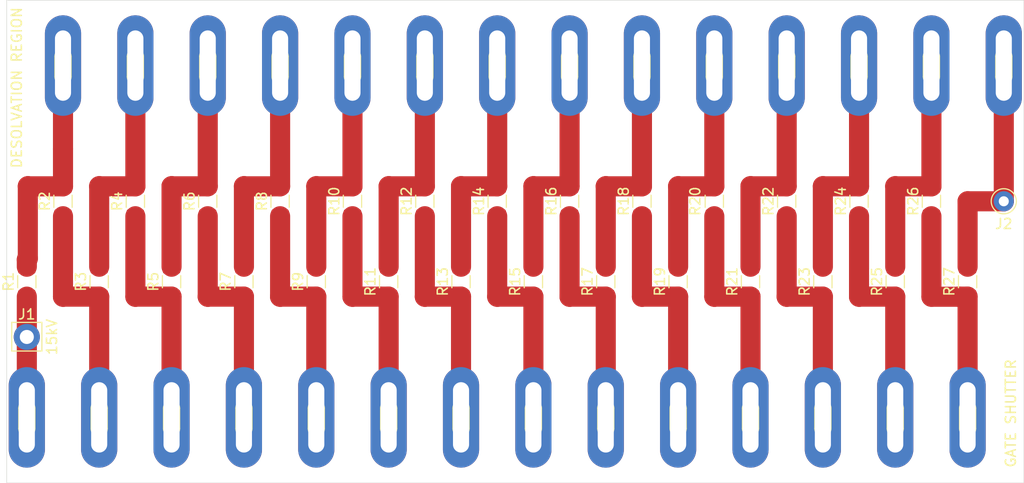
<source format=kicad_pcb>
(kicad_pcb (version 20171130) (host pcbnew "(5.1.5-0)")

  (general
    (thickness 1.6)
    (drawings 15)
    (tracks 114)
    (zones 0)
    (modules 57)
    (nets 29)
  )

  (page A4)
  (layers
    (0 F.Cu signal)
    (31 B.Cu signal)
    (32 B.Adhes user)
    (33 F.Adhes user)
    (34 B.Paste user)
    (35 F.Paste user)
    (36 B.SilkS user)
    (37 F.SilkS user)
    (38 B.Mask user)
    (39 F.Mask user)
    (40 Dwgs.User user hide)
    (41 Cmts.User user)
    (42 Eco1.User user)
    (43 Eco2.User user)
    (44 Edge.Cuts user)
    (45 Margin user)
    (46 B.CrtYd user)
    (47 F.CrtYd user)
    (48 B.Fab user)
    (49 F.Fab user hide)
  )

  (setup
    (last_trace_width 0.25)
    (user_trace_width 1.5)
    (user_trace_width 2)
    (trace_clearance 0.2)
    (zone_clearance 0.508)
    (zone_45_only no)
    (trace_min 0.2)
    (via_size 0.8)
    (via_drill 0.4)
    (via_min_size 0.4)
    (via_min_drill 0.3)
    (user_via 2 1)
    (uvia_size 0.3)
    (uvia_drill 0.1)
    (uvias_allowed no)
    (uvia_min_size 0.2)
    (uvia_min_drill 0.1)
    (edge_width 0.05)
    (segment_width 0.2)
    (pcb_text_width 0.3)
    (pcb_text_size 1.5 1.5)
    (mod_edge_width 0.12)
    (mod_text_size 1 1)
    (mod_text_width 0.15)
    (pad_size 3 10)
    (pad_drill 1.6)
    (pad_to_mask_clearance 0.051)
    (solder_mask_min_width 0.25)
    (aux_axis_origin 0 0)
    (visible_elements FFFFFF7F)
    (pcbplotparams
      (layerselection 0x010fc_ffffffff)
      (usegerberextensions false)
      (usegerberattributes false)
      (usegerberadvancedattributes false)
      (creategerberjobfile false)
      (excludeedgelayer true)
      (linewidth 0.100000)
      (plotframeref false)
      (viasonmask false)
      (mode 1)
      (useauxorigin false)
      (hpglpennumber 1)
      (hpglpenspeed 20)
      (hpglpendiameter 15.000000)
      (psnegative false)
      (psa4output false)
      (plotreference true)
      (plotvalue true)
      (plotinvisibletext false)
      (padsonsilk false)
      (subtractmaskfromsilk false)
      (outputformat 1)
      (mirror false)
      (drillshape 1)
      (scaleselection 1)
      (outputdirectory ""))
  )

  (net 0 "")
  (net 1 "Net-(E2-Pad1)")
  (net 2 "Net-(E3-Pad1)")
  (net 3 "Net-(E4-Pad1)")
  (net 4 "Net-(E5-Pad1)")
  (net 5 "Net-(E6-Pad1)")
  (net 6 "Net-(E7-Pad1)")
  (net 7 "Net-(E8-Pad1)")
  (net 8 "Net-(E9-Pad1)")
  (net 9 "Net-(E10-Pad1)")
  (net 10 "Net-(E11-Pad1)")
  (net 11 "Net-(E12-Pad1)")
  (net 12 "Net-(E13-Pad1)")
  (net 13 "Net-(E14-Pad1)")
  (net 14 "Net-(E16-Pad1)")
  (net 15 "Net-(E17-Pad1)")
  (net 16 "Net-(E18-Pad1)")
  (net 17 "Net-(E19-Pad1)")
  (net 18 "Net-(E20-Pad1)")
  (net 19 "Net-(E21-Pad1)")
  (net 20 "Net-(E22-Pad1)")
  (net 21 "Net-(E23-Pad1)")
  (net 22 "Net-(E24-Pad1)")
  (net 23 "Net-(E25-Pad1)")
  (net 24 "Net-(E26-Pad1)")
  (net 25 "Net-(E27-Pad1)")
  (net 26 TRI-STATE)
  (net 27 "Net-(E15-Pad1)")
  (net 28 DESOLVATION)

  (net_class Default "Ceci est la Netclass par défaut."
    (clearance 0.2)
    (trace_width 0.25)
    (via_dia 0.8)
    (via_drill 0.4)
    (uvia_dia 0.3)
    (uvia_drill 0.1)
    (add_net DESOLVATION)
    (add_net "Net-(E10-Pad1)")
    (add_net "Net-(E11-Pad1)")
    (add_net "Net-(E12-Pad1)")
    (add_net "Net-(E13-Pad1)")
    (add_net "Net-(E14-Pad1)")
    (add_net "Net-(E15-Pad1)")
    (add_net "Net-(E16-Pad1)")
    (add_net "Net-(E17-Pad1)")
    (add_net "Net-(E18-Pad1)")
    (add_net "Net-(E19-Pad1)")
    (add_net "Net-(E2-Pad1)")
    (add_net "Net-(E20-Pad1)")
    (add_net "Net-(E21-Pad1)")
    (add_net "Net-(E22-Pad1)")
    (add_net "Net-(E23-Pad1)")
    (add_net "Net-(E24-Pad1)")
    (add_net "Net-(E25-Pad1)")
    (add_net "Net-(E26-Pad1)")
    (add_net "Net-(E27-Pad1)")
    (add_net "Net-(E3-Pad1)")
    (add_net "Net-(E4-Pad1)")
    (add_net "Net-(E5-Pad1)")
    (add_net "Net-(E6-Pad1)")
    (add_net "Net-(E7-Pad1)")
    (add_net "Net-(E8-Pad1)")
    (add_net "Net-(E9-Pad1)")
    (add_net TRI-STATE)
  )

  (module Connector_Pin:Pin_D1.0mm_L10.0mm (layer F.Cu) (tedit 5A1DC084) (tstamp 5E6695D0)
    (at 148.2 72)
    (descr "solder Pin_ diameter 1.0mm, hole diameter 1.0mm (press fit), length 10.0mm")
    (tags "solder Pin_ press fit")
    (path /5E787D7D)
    (fp_text reference J2 (at 0 2.25) (layer F.SilkS)
      (effects (font (size 1 1) (thickness 0.15)))
    )
    (fp_text value Electr. (at 0 -2.05) (layer F.Fab)
      (effects (font (size 1 1) (thickness 0.15)))
    )
    (fp_circle (center 0 0) (end 1.25 0.05) (layer F.SilkS) (width 0.12))
    (fp_circle (center 0 0) (end 1 0) (layer F.Fab) (width 0.12))
    (fp_circle (center 0 0) (end 0.5 0) (layer F.Fab) (width 0.12))
    (fp_circle (center 0 0) (end 1.5 0) (layer F.CrtYd) (width 0.05))
    (fp_text user %R (at 0 2.25) (layer F.Fab)
      (effects (font (size 1 1) (thickness 0.15)))
    )
    (pad 1 thru_hole circle (at 0 0) (size 2 2) (drill 1) (layers *.Cu *.Mask)
      (net 26 TRI-STATE))
    (model ${KISYS3DMOD}/Connector_Pin.3dshapes/Pin_D1.0mm_L10.0mm.wrl
      (at (xyz 0 0 0))
      (scale (xyz 1 1 1))
      (rotate (xyz 0 0 0))
    )
  )

  (module Connector_Pin:Pin_D1.4mm_L8.5mm_W2.8mm_FlatFork (layer F.Cu) (tedit 5C89BF14) (tstamp 5E63FA2B)
    (at 51 85.5 180)
    (descr "solder Pin_ with flat with fork, hole diameter 1.4mm, length 8.5mm, width 2.8mm, e.g. Ettinger 13.13.890, https://katalog.ettinger.de/#p=434")
    (tags "solder Pin_ with flat fork")
    (path /5E64177D)
    (fp_text reference J1 (at 0 2.25) (layer F.SilkS)
      (effects (font (size 1 1) (thickness 0.15)))
    )
    (fp_text value 15kV (at 0 -2.05) (layer F.Fab)
      (effects (font (size 1 1) (thickness 0.15)))
    )
    (fp_line (start 1.9 1.8) (end -1.9 1.8) (layer F.CrtYd) (width 0.05))
    (fp_line (start 1.9 1.8) (end 1.9 -1.8) (layer F.CrtYd) (width 0.05))
    (fp_line (start -1.9 -1.8) (end -1.9 1.8) (layer F.CrtYd) (width 0.05))
    (fp_line (start -1.9 -1.8) (end 1.9 -1.8) (layer F.CrtYd) (width 0.05))
    (fp_line (start -1.4 0.25) (end -1.4 -0.25) (layer F.Fab) (width 0.1))
    (fp_line (start 1.4 -0.25) (end 1.4 0.25) (layer F.Fab) (width 0.1))
    (fp_line (start -1.5 1.45) (end 1.5 1.45) (layer F.SilkS) (width 0.12))
    (fp_line (start -1.5 -1.4) (end -1.5 1.45) (layer F.SilkS) (width 0.12))
    (fp_line (start 1.5 -1.4) (end 1.5 1.45) (layer F.SilkS) (width 0.12))
    (fp_line (start -1.5 -1.4) (end 1.5 -1.4) (layer F.SilkS) (width 0.12))
    (fp_line (start -1.4 -0.25) (end 1.4 -0.25) (layer F.Fab) (width 0.1))
    (fp_line (start 1.4 0.25) (end -1.4 0.25) (layer F.Fab) (width 0.1))
    (fp_text user %R (at 0 2.25) (layer F.Fab)
      (effects (font (size 1 1) (thickness 0.15)))
    )
    (pad 1 thru_hole circle (at 0 0 180) (size 2.6 2.6) (drill 1.4) (layers *.Cu *.Mask)
      (net 28 DESOLVATION))
    (model ${KISYS3DMOD}/Connector_Pin.3dshapes/Pin_D1.4mm_L8.5mm_W2.8mm_FlatFork.wrl
      (at (xyz 0 0 0))
      (scale (xyz 1 1 1))
      (rotate (xyz 0 0 0))
    )
  )

  (module Connector:Pad_for_electrode (layer F.Cu) (tedit 5E63AC58) (tstamp 5E66A40F)
    (at 51 93.6)
    (path /5E89808E)
    (fp_text reference E1 (at 0.5 6.9) (layer F.SilkS) hide
      (effects (font (size 1 1) (thickness 0.15)))
    )
    (fp_text value Electr. (at 0.1 8) (layer F.Fab)
      (effects (font (size 1 1) (thickness 0.15)))
    )
    (fp_arc (start 0 1) (end -0.8 1) (angle -180) (layer F.SilkS) (width 0.12))
    (fp_arc (start 0 -1) (end 0.8 -1) (angle -180) (layer F.SilkS) (width 0.12))
    (fp_line (start 0.8 -1) (end 0.8 1) (layer F.SilkS) (width 0.12))
    (fp_line (start -0.8 1) (end -0.8 -1) (layer F.SilkS) (width 0.12))
    (pad 1 thru_hole oval (at 0 -0.1) (size 3.6 10) (drill oval 1.6 7) (layers *.Cu *.Mask)
      (net 28 DESOLVATION))
  )

  (module Resistor_SMD:R_1206_3216Metric_Pad1.42x1.75mm_HandSolder (layer F.Cu) (tedit 5B301BBD) (tstamp 5E637879)
    (at 51 80 90)
    (descr "Resistor SMD 1206 (3216 Metric), square (rectangular) end terminal, IPC_7351 nominal with elongated pad for handsoldering. (Body size source: http://www.tortai-tech.com/upload/download/2011102023233369053.pdf), generated with kicad-footprint-generator")
    (tags "resistor handsolder")
    (path /5F217034)
    (attr smd)
    (fp_text reference R1 (at 0 -1.82 90) (layer F.SilkS)
      (effects (font (size 1 1) (thickness 0.15)))
    )
    (fp_text value 10M (at 0 1.82 90) (layer F.Fab)
      (effects (font (size 1 1) (thickness 0.15)))
    )
    (fp_text user %R (at 0 0 90) (layer F.Fab)
      (effects (font (size 0.8 0.8) (thickness 0.12)))
    )
    (fp_line (start 2.45 1.12) (end -2.45 1.12) (layer F.CrtYd) (width 0.05))
    (fp_line (start 2.45 -1.12) (end 2.45 1.12) (layer F.CrtYd) (width 0.05))
    (fp_line (start -2.45 -1.12) (end 2.45 -1.12) (layer F.CrtYd) (width 0.05))
    (fp_line (start -2.45 1.12) (end -2.45 -1.12) (layer F.CrtYd) (width 0.05))
    (fp_line (start -0.602064 0.91) (end 0.602064 0.91) (layer F.SilkS) (width 0.12))
    (fp_line (start -0.602064 -0.91) (end 0.602064 -0.91) (layer F.SilkS) (width 0.12))
    (fp_line (start 1.6 0.8) (end -1.6 0.8) (layer F.Fab) (width 0.1))
    (fp_line (start 1.6 -0.8) (end 1.6 0.8) (layer F.Fab) (width 0.1))
    (fp_line (start -1.6 -0.8) (end 1.6 -0.8) (layer F.Fab) (width 0.1))
    (fp_line (start -1.6 0.8) (end -1.6 -0.8) (layer F.Fab) (width 0.1))
    (pad 2 smd roundrect (at 1.4875 0 90) (size 1.425 1.75) (layers F.Cu F.Paste F.Mask) (roundrect_rratio 0.175439)
      (net 1 "Net-(E2-Pad1)"))
    (pad 1 smd roundrect (at -1.4875 0 90) (size 1.425 1.75) (layers F.Cu F.Paste F.Mask) (roundrect_rratio 0.175439)
      (net 28 DESOLVATION))
    (model ${KISYS3DMOD}/Resistor_SMD.3dshapes/R_1206_3216Metric.wrl
      (at (xyz 0 0 0))
      (scale (xyz 1 1 1))
      (rotate (xyz 0 0 0))
    )
  )

  (module Connector:Pad_for_electrode (layer F.Cu) (tedit 5E63AC58) (tstamp 5E649CF8)
    (at 148.2 58.6)
    (path /5E71E8C9)
    (fp_text reference E28 (at 0.5 6.9) (layer F.SilkS) hide
      (effects (font (size 1 1) (thickness 0.15)))
    )
    (fp_text value Electr. (at 0.1 8) (layer F.Fab)
      (effects (font (size 1 1) (thickness 0.15)))
    )
    (fp_arc (start 0 1) (end -0.8 1) (angle -180) (layer F.SilkS) (width 0.12))
    (fp_arc (start 0 -1) (end 0.8 -1) (angle -180) (layer F.SilkS) (width 0.12))
    (fp_line (start 0.8 -1) (end 0.8 1) (layer F.SilkS) (width 0.12))
    (fp_line (start -0.8 1) (end -0.8 -1) (layer F.SilkS) (width 0.12))
    (pad 1 thru_hole oval (at 0 -0.1) (size 3.6 10) (drill oval 1.6 7) (layers *.Cu *.Mask)
      (net 26 TRI-STATE))
  )

  (module Connector:Pad_for_electrode (layer F.Cu) (tedit 5E63AC58) (tstamp 5E649CEF)
    (at 141 58.6)
    (path /5E71E1B6)
    (fp_text reference E26 (at 0.5 6.9) (layer F.SilkS) hide
      (effects (font (size 1 1) (thickness 0.15)))
    )
    (fp_text value Electr. (at 0.1 8) (layer F.Fab)
      (effects (font (size 1 1) (thickness 0.15)))
    )
    (fp_arc (start 0 1) (end -0.8 1) (angle -180) (layer F.SilkS) (width 0.12))
    (fp_arc (start 0 -1) (end 0.8 -1) (angle -180) (layer F.SilkS) (width 0.12))
    (fp_line (start 0.8 -1) (end 0.8 1) (layer F.SilkS) (width 0.12))
    (fp_line (start -0.8 1) (end -0.8 -1) (layer F.SilkS) (width 0.12))
    (pad 1 thru_hole oval (at 0 -0.1) (size 3.6 10) (drill oval 1.6 7) (layers *.Cu *.Mask)
      (net 24 "Net-(E26-Pad1)"))
  )

  (module Connector:Pad_for_electrode (layer F.Cu) (tedit 5E63AC58) (tstamp 5E649CE6)
    (at 133.8 58.6)
    (path /5E71DF8E)
    (fp_text reference E24 (at 0.5 6.9) (layer F.SilkS) hide
      (effects (font (size 1 1) (thickness 0.15)))
    )
    (fp_text value Electr. (at 0.1 8) (layer F.Fab)
      (effects (font (size 1 1) (thickness 0.15)))
    )
    (fp_arc (start 0 1) (end -0.8 1) (angle -180) (layer F.SilkS) (width 0.12))
    (fp_arc (start 0 -1) (end 0.8 -1) (angle -180) (layer F.SilkS) (width 0.12))
    (fp_line (start 0.8 -1) (end 0.8 1) (layer F.SilkS) (width 0.12))
    (fp_line (start -0.8 1) (end -0.8 -1) (layer F.SilkS) (width 0.12))
    (pad 1 thru_hole oval (at 0 -0.1) (size 3.6 10) (drill oval 1.6 7) (layers *.Cu *.Mask)
      (net 22 "Net-(E24-Pad1)"))
  )

  (module Connector:Pad_for_electrode (layer F.Cu) (tedit 5E63AC58) (tstamp 5E649CDD)
    (at 126.6 58.6)
    (path /5E71D1F1)
    (fp_text reference E22 (at 0.5 6.9) (layer F.SilkS) hide
      (effects (font (size 1 1) (thickness 0.15)))
    )
    (fp_text value Electr. (at 0.1 8) (layer F.Fab)
      (effects (font (size 1 1) (thickness 0.15)))
    )
    (fp_arc (start 0 1) (end -0.8 1) (angle -180) (layer F.SilkS) (width 0.12))
    (fp_arc (start 0 -1) (end 0.8 -1) (angle -180) (layer F.SilkS) (width 0.12))
    (fp_line (start 0.8 -1) (end 0.8 1) (layer F.SilkS) (width 0.12))
    (fp_line (start -0.8 1) (end -0.8 -1) (layer F.SilkS) (width 0.12))
    (pad 1 thru_hole oval (at 0 -0.1) (size 3.6 10) (drill oval 1.6 7) (layers *.Cu *.Mask)
      (net 20 "Net-(E22-Pad1)"))
  )

  (module Connector:Pad_for_electrode (layer F.Cu) (tedit 5E63AC58) (tstamp 5E649CD4)
    (at 119.4 58.6)
    (path /5E71CF21)
    (fp_text reference E20 (at 0.5 6.9) (layer F.SilkS) hide
      (effects (font (size 1 1) (thickness 0.15)))
    )
    (fp_text value Electr. (at 0.1 8) (layer F.Fab)
      (effects (font (size 1 1) (thickness 0.15)))
    )
    (fp_arc (start 0 1) (end -0.8 1) (angle -180) (layer F.SilkS) (width 0.12))
    (fp_arc (start 0 -1) (end 0.8 -1) (angle -180) (layer F.SilkS) (width 0.12))
    (fp_line (start 0.8 -1) (end 0.8 1) (layer F.SilkS) (width 0.12))
    (fp_line (start -0.8 1) (end -0.8 -1) (layer F.SilkS) (width 0.12))
    (pad 1 thru_hole oval (at 0 -0.1) (size 3.6 10) (drill oval 1.6 7) (layers *.Cu *.Mask)
      (net 18 "Net-(E20-Pad1)"))
  )

  (module Connector:Pad_for_electrode (layer F.Cu) (tedit 5E63AC58) (tstamp 5E649CCB)
    (at 112.2 58.6)
    (path /5E71CB01)
    (fp_text reference E18 (at 0.5 6.9) (layer F.SilkS) hide
      (effects (font (size 1 1) (thickness 0.15)))
    )
    (fp_text value Electr. (at 0.1 8) (layer F.Fab)
      (effects (font (size 1 1) (thickness 0.15)))
    )
    (fp_arc (start 0 1) (end -0.8 1) (angle -180) (layer F.SilkS) (width 0.12))
    (fp_arc (start 0 -1) (end 0.8 -1) (angle -180) (layer F.SilkS) (width 0.12))
    (fp_line (start 0.8 -1) (end 0.8 1) (layer F.SilkS) (width 0.12))
    (fp_line (start -0.8 1) (end -0.8 -1) (layer F.SilkS) (width 0.12))
    (pad 1 thru_hole oval (at 0 -0.1) (size 3.6 10) (drill oval 1.6 7) (layers *.Cu *.Mask)
      (net 16 "Net-(E18-Pad1)"))
  )

  (module Connector:Pad_for_electrode (layer F.Cu) (tedit 5E63AC58) (tstamp 5E649CC2)
    (at 105 58.6)
    (path /5E71C870)
    (fp_text reference E16 (at 0.5 6.9) (layer F.SilkS) hide
      (effects (font (size 1 1) (thickness 0.15)))
    )
    (fp_text value Electr. (at 0.1 8) (layer F.Fab)
      (effects (font (size 1 1) (thickness 0.15)))
    )
    (fp_arc (start 0 1) (end -0.8 1) (angle -180) (layer F.SilkS) (width 0.12))
    (fp_arc (start 0 -1) (end 0.8 -1) (angle -180) (layer F.SilkS) (width 0.12))
    (fp_line (start 0.8 -1) (end 0.8 1) (layer F.SilkS) (width 0.12))
    (fp_line (start -0.8 1) (end -0.8 -1) (layer F.SilkS) (width 0.12))
    (pad 1 thru_hole oval (at 0 -0.1) (size 3.6 10) (drill oval 1.6 7) (layers *.Cu *.Mask)
      (net 14 "Net-(E16-Pad1)"))
  )

  (module Connector:Pad_for_electrode (layer F.Cu) (tedit 5E63AC58) (tstamp 5E649CB9)
    (at 97.8 58.6)
    (path /5E71C50D)
    (fp_text reference E14 (at 0.5 6.9) (layer F.SilkS) hide
      (effects (font (size 1 1) (thickness 0.15)))
    )
    (fp_text value Electr. (at 0.1 8) (layer F.Fab)
      (effects (font (size 1 1) (thickness 0.15)))
    )
    (fp_arc (start 0 1) (end -0.8 1) (angle -180) (layer F.SilkS) (width 0.12))
    (fp_arc (start 0 -1) (end 0.8 -1) (angle -180) (layer F.SilkS) (width 0.12))
    (fp_line (start 0.8 -1) (end 0.8 1) (layer F.SilkS) (width 0.12))
    (fp_line (start -0.8 1) (end -0.8 -1) (layer F.SilkS) (width 0.12))
    (pad 1 thru_hole oval (at 0 -0.1) (size 3.6 10) (drill oval 1.6 7) (layers *.Cu *.Mask)
      (net 13 "Net-(E14-Pad1)"))
  )

  (module Connector:Pad_for_electrode (layer F.Cu) (tedit 5E63AC58) (tstamp 5E649CB0)
    (at 90.6 58.6)
    (path /5E71C267)
    (fp_text reference E12 (at 0.5 6.9) (layer F.SilkS) hide
      (effects (font (size 1 1) (thickness 0.15)))
    )
    (fp_text value Electr. (at 0.1 8) (layer F.Fab)
      (effects (font (size 1 1) (thickness 0.15)))
    )
    (fp_arc (start 0 1) (end -0.8 1) (angle -180) (layer F.SilkS) (width 0.12))
    (fp_arc (start 0 -1) (end 0.8 -1) (angle -180) (layer F.SilkS) (width 0.12))
    (fp_line (start 0.8 -1) (end 0.8 1) (layer F.SilkS) (width 0.12))
    (fp_line (start -0.8 1) (end -0.8 -1) (layer F.SilkS) (width 0.12))
    (pad 1 thru_hole oval (at 0 -0.1) (size 3.6 10) (drill oval 1.6 7) (layers *.Cu *.Mask)
      (net 11 "Net-(E12-Pad1)"))
  )

  (module Connector:Pad_for_electrode (layer F.Cu) (tedit 5E63AC58) (tstamp 5E649CA7)
    (at 83.4 58.6)
    (path /5E71BFC1)
    (fp_text reference E10 (at 0.5 6.9) (layer F.SilkS) hide
      (effects (font (size 1 1) (thickness 0.15)))
    )
    (fp_text value Electr. (at 0.1 8) (layer F.Fab)
      (effects (font (size 1 1) (thickness 0.15)))
    )
    (fp_arc (start 0 1) (end -0.8 1) (angle -180) (layer F.SilkS) (width 0.12))
    (fp_arc (start 0 -1) (end 0.8 -1) (angle -180) (layer F.SilkS) (width 0.12))
    (fp_line (start 0.8 -1) (end 0.8 1) (layer F.SilkS) (width 0.12))
    (fp_line (start -0.8 1) (end -0.8 -1) (layer F.SilkS) (width 0.12))
    (pad 1 thru_hole oval (at 0 -0.1) (size 3.6 10) (drill oval 1.6 7) (layers *.Cu *.Mask)
      (net 9 "Net-(E10-Pad1)"))
  )

  (module Connector:Pad_for_electrode (layer F.Cu) (tedit 5E63AC58) (tstamp 5E649C9E)
    (at 76.2 58.6)
    (path /5E71BC5E)
    (fp_text reference E8 (at 0.5 6.9) (layer F.SilkS) hide
      (effects (font (size 1 1) (thickness 0.15)))
    )
    (fp_text value Electr. (at 0.1 8) (layer F.Fab)
      (effects (font (size 1 1) (thickness 0.15)))
    )
    (fp_arc (start 0 1) (end -0.8 1) (angle -180) (layer F.SilkS) (width 0.12))
    (fp_arc (start 0 -1) (end 0.8 -1) (angle -180) (layer F.SilkS) (width 0.12))
    (fp_line (start 0.8 -1) (end 0.8 1) (layer F.SilkS) (width 0.12))
    (fp_line (start -0.8 1) (end -0.8 -1) (layer F.SilkS) (width 0.12))
    (pad 1 thru_hole oval (at 0 -0.1) (size 3.6 10) (drill oval 1.6 7) (layers *.Cu *.Mask)
      (net 7 "Net-(E8-Pad1)"))
  )

  (module Connector:Pad_for_electrode (layer F.Cu) (tedit 5E63AC58) (tstamp 5E649C95)
    (at 69 58.6)
    (path /5E71B94F)
    (fp_text reference E6 (at 0.5 6.9) (layer F.SilkS) hide
      (effects (font (size 1 1) (thickness 0.15)))
    )
    (fp_text value Electr. (at 0.1 8) (layer F.Fab)
      (effects (font (size 1 1) (thickness 0.15)))
    )
    (fp_arc (start 0 1) (end -0.8 1) (angle -180) (layer F.SilkS) (width 0.12))
    (fp_arc (start 0 -1) (end 0.8 -1) (angle -180) (layer F.SilkS) (width 0.12))
    (fp_line (start 0.8 -1) (end 0.8 1) (layer F.SilkS) (width 0.12))
    (fp_line (start -0.8 1) (end -0.8 -1) (layer F.SilkS) (width 0.12))
    (pad 1 thru_hole oval (at 0 -0.1) (size 3.6 10) (drill oval 1.6 7) (layers *.Cu *.Mask)
      (net 5 "Net-(E6-Pad1)"))
  )

  (module Connector:Pad_for_electrode (layer F.Cu) (tedit 5E63AC58) (tstamp 5E649C8C)
    (at 61.8 58.6)
    (path /5E71AB9C)
    (fp_text reference E4 (at 0.5 6.9) (layer F.SilkS) hide
      (effects (font (size 1 1) (thickness 0.15)))
    )
    (fp_text value Electr. (at 0.1 8) (layer F.Fab)
      (effects (font (size 1 1) (thickness 0.15)))
    )
    (fp_arc (start 0 1) (end -0.8 1) (angle -180) (layer F.SilkS) (width 0.12))
    (fp_arc (start 0 -1) (end 0.8 -1) (angle -180) (layer F.SilkS) (width 0.12))
    (fp_line (start 0.8 -1) (end 0.8 1) (layer F.SilkS) (width 0.12))
    (fp_line (start -0.8 1) (end -0.8 -1) (layer F.SilkS) (width 0.12))
    (pad 1 thru_hole oval (at 0 -0.1) (size 3.6 10) (drill oval 1.6 7) (layers *.Cu *.Mask)
      (net 3 "Net-(E4-Pad1)"))
  )

  (module Connector:Pad_for_electrode (layer F.Cu) (tedit 5E63AC58) (tstamp 5E649C83)
    (at 54.6 58.6)
    (path /5E719ED6)
    (fp_text reference E2 (at 0.5 6.9) (layer F.SilkS) hide
      (effects (font (size 1 1) (thickness 0.15)))
    )
    (fp_text value Electr. (at 0.1 8) (layer F.Fab)
      (effects (font (size 1 1) (thickness 0.15)))
    )
    (fp_arc (start 0 1) (end -0.8 1) (angle -180) (layer F.SilkS) (width 0.12))
    (fp_arc (start 0 -1) (end 0.8 -1) (angle -180) (layer F.SilkS) (width 0.12))
    (fp_line (start 0.8 -1) (end 0.8 1) (layer F.SilkS) (width 0.12))
    (fp_line (start -0.8 1) (end -0.8 -1) (layer F.SilkS) (width 0.12))
    (pad 1 thru_hole oval (at 0 -0.1) (size 3.6 10) (drill oval 1.6 7) (layers *.Cu *.Mask)
      (net 1 "Net-(E2-Pad1)"))
  )

  (module Connector:Pad_for_electrode (layer F.Cu) (tedit 5E63AC58) (tstamp 5E649C71)
    (at 144.6 93.6)
    (path /5E71955B)
    (fp_text reference E27 (at 0.5 6.9) (layer F.SilkS) hide
      (effects (font (size 1 1) (thickness 0.15)))
    )
    (fp_text value Electr. (at 0.1 8) (layer F.Fab)
      (effects (font (size 1 1) (thickness 0.15)))
    )
    (fp_line (start -0.8 1) (end -0.8 -1) (layer F.SilkS) (width 0.12))
    (fp_line (start 0.8 -1) (end 0.8 1) (layer F.SilkS) (width 0.12))
    (fp_arc (start 0 -1) (end 0.8 -1) (angle -180) (layer F.SilkS) (width 0.12))
    (fp_arc (start 0 1) (end -0.8 1) (angle -180) (layer F.SilkS) (width 0.12))
    (pad 1 thru_hole oval (at 0 -0.1) (size 3.6 10) (drill oval 1.6 7) (layers *.Cu *.Mask)
      (net 25 "Net-(E27-Pad1)"))
  )

  (module Connector:Pad_for_electrode (layer F.Cu) (tedit 5E63AC58) (tstamp 5E649C68)
    (at 137.4 93.6)
    (path /5E71918F)
    (fp_text reference E25 (at 0.5 6.9) (layer F.SilkS) hide
      (effects (font (size 1 1) (thickness 0.15)))
    )
    (fp_text value Electr. (at 0.1 8) (layer F.Fab)
      (effects (font (size 1 1) (thickness 0.15)))
    )
    (fp_line (start -0.8 1) (end -0.8 -1) (layer F.SilkS) (width 0.12))
    (fp_line (start 0.8 -1) (end 0.8 1) (layer F.SilkS) (width 0.12))
    (fp_arc (start 0 -1) (end 0.8 -1) (angle -180) (layer F.SilkS) (width 0.12))
    (fp_arc (start 0 1) (end -0.8 1) (angle -180) (layer F.SilkS) (width 0.12))
    (pad 1 thru_hole oval (at 0 -0.1) (size 3.6 10) (drill oval 1.6 7) (layers *.Cu *.Mask)
      (net 23 "Net-(E25-Pad1)"))
  )

  (module Connector:Pad_for_electrode (layer F.Cu) (tedit 5E63AC58) (tstamp 5E649C5F)
    (at 130.2 93.6)
    (path /5E718EFE)
    (fp_text reference E23 (at 0.5 6.9) (layer F.SilkS) hide
      (effects (font (size 1 1) (thickness 0.15)))
    )
    (fp_text value Electr. (at 0.1 8) (layer F.Fab)
      (effects (font (size 1 1) (thickness 0.15)))
    )
    (fp_line (start -0.8 1) (end -0.8 -1) (layer F.SilkS) (width 0.12))
    (fp_line (start 0.8 -1) (end 0.8 1) (layer F.SilkS) (width 0.12))
    (fp_arc (start 0 -1) (end 0.8 -1) (angle -180) (layer F.SilkS) (width 0.12))
    (fp_arc (start 0 1) (end -0.8 1) (angle -180) (layer F.SilkS) (width 0.12))
    (pad 1 thru_hole oval (at 0 -0.1) (size 3.6 10) (drill oval 1.6 7) (layers *.Cu *.Mask)
      (net 21 "Net-(E23-Pad1)"))
  )

  (module Connector:Pad_for_electrode (layer F.Cu) (tedit 5E63AC58) (tstamp 5E649C56)
    (at 123 93.6)
    (path /5E718B5C)
    (fp_text reference E21 (at 0.5 6.9) (layer F.SilkS) hide
      (effects (font (size 1 1) (thickness 0.15)))
    )
    (fp_text value Electr. (at 0.1 8) (layer F.Fab)
      (effects (font (size 1 1) (thickness 0.15)))
    )
    (fp_line (start -0.8 1) (end -0.8 -1) (layer F.SilkS) (width 0.12))
    (fp_line (start 0.8 -1) (end 0.8 1) (layer F.SilkS) (width 0.12))
    (fp_arc (start 0 -1) (end 0.8 -1) (angle -180) (layer F.SilkS) (width 0.12))
    (fp_arc (start 0 1) (end -0.8 1) (angle -180) (layer F.SilkS) (width 0.12))
    (pad 1 thru_hole oval (at 0 -0.1) (size 3.6 10) (drill oval 1.6 7) (layers *.Cu *.Mask)
      (net 19 "Net-(E21-Pad1)"))
  )

  (module Connector:Pad_for_electrode (layer F.Cu) (tedit 5E63AC58) (tstamp 5E649C4D)
    (at 115.8 93.6)
    (path /5E718766)
    (fp_text reference E19 (at 0.5 6.9) (layer F.SilkS) hide
      (effects (font (size 1 1) (thickness 0.15)))
    )
    (fp_text value Electr. (at 0.1 8) (layer F.Fab)
      (effects (font (size 1 1) (thickness 0.15)))
    )
    (fp_line (start -0.8 1) (end -0.8 -1) (layer F.SilkS) (width 0.12))
    (fp_line (start 0.8 -1) (end 0.8 1) (layer F.SilkS) (width 0.12))
    (fp_arc (start 0 -1) (end 0.8 -1) (angle -180) (layer F.SilkS) (width 0.12))
    (fp_arc (start 0 1) (end -0.8 1) (angle -180) (layer F.SilkS) (width 0.12))
    (pad 1 thru_hole oval (at 0 -0.1) (size 3.6 10) (drill oval 1.6 7) (layers *.Cu *.Mask)
      (net 17 "Net-(E19-Pad1)"))
  )

  (module Connector:Pad_for_electrode (layer F.Cu) (tedit 5E63AC58) (tstamp 5E649C44)
    (at 108.6 93.6)
    (path /5E71835B)
    (fp_text reference E17 (at 0.5 6.9) (layer F.SilkS) hide
      (effects (font (size 1 1) (thickness 0.15)))
    )
    (fp_text value Electr. (at 0.1 8) (layer F.Fab)
      (effects (font (size 1 1) (thickness 0.15)))
    )
    (fp_line (start -0.8 1) (end -0.8 -1) (layer F.SilkS) (width 0.12))
    (fp_line (start 0.8 -1) (end 0.8 1) (layer F.SilkS) (width 0.12))
    (fp_arc (start 0 -1) (end 0.8 -1) (angle -180) (layer F.SilkS) (width 0.12))
    (fp_arc (start 0 1) (end -0.8 1) (angle -180) (layer F.SilkS) (width 0.12))
    (pad 1 thru_hole oval (at 0 -0.1) (size 3.6 10) (drill oval 1.6 7) (layers *.Cu *.Mask)
      (net 15 "Net-(E17-Pad1)"))
  )

  (module Connector:Pad_for_electrode (layer F.Cu) (tedit 5E63AC58) (tstamp 5E649C3B)
    (at 101.4 93.6)
    (path /5E717F26)
    (fp_text reference E15 (at 0.5 6.9) (layer F.SilkS) hide
      (effects (font (size 1 1) (thickness 0.15)))
    )
    (fp_text value Electr. (at 0.1 8) (layer F.Fab)
      (effects (font (size 1 1) (thickness 0.15)))
    )
    (fp_line (start -0.8 1) (end -0.8 -1) (layer F.SilkS) (width 0.12))
    (fp_line (start 0.8 -1) (end 0.8 1) (layer F.SilkS) (width 0.12))
    (fp_arc (start 0 -1) (end 0.8 -1) (angle -180) (layer F.SilkS) (width 0.12))
    (fp_arc (start 0 1) (end -0.8 1) (angle -180) (layer F.SilkS) (width 0.12))
    (pad 1 thru_hole oval (at 0 -0.1) (size 3.6 10) (drill oval 1.6 7) (layers *.Cu *.Mask)
      (net 27 "Net-(E15-Pad1)"))
  )

  (module Connector:Pad_for_electrode (layer F.Cu) (tedit 5E63AC58) (tstamp 5E649C32)
    (at 94.2 93.6)
    (path /5E717A5E)
    (fp_text reference E13 (at 0.5 6.9) (layer F.SilkS) hide
      (effects (font (size 1 1) (thickness 0.15)))
    )
    (fp_text value Electr. (at 0.1 8) (layer F.Fab)
      (effects (font (size 1 1) (thickness 0.15)))
    )
    (fp_line (start -0.8 1) (end -0.8 -1) (layer F.SilkS) (width 0.12))
    (fp_line (start 0.8 -1) (end 0.8 1) (layer F.SilkS) (width 0.12))
    (fp_arc (start 0 -1) (end 0.8 -1) (angle -180) (layer F.SilkS) (width 0.12))
    (fp_arc (start 0 1) (end -0.8 1) (angle -180) (layer F.SilkS) (width 0.12))
    (pad 1 thru_hole oval (at 0 -0.1) (size 3.6 10) (drill oval 1.6 7) (layers *.Cu *.Mask)
      (net 12 "Net-(E13-Pad1)"))
  )

  (module Connector:Pad_for_electrode (layer F.Cu) (tedit 5E63AC58) (tstamp 5E649C29)
    (at 87 93.6)
    (path /5E7177F7)
    (fp_text reference E11 (at 0.5 6.9) (layer F.SilkS) hide
      (effects (font (size 1 1) (thickness 0.15)))
    )
    (fp_text value Electr. (at 0.1 8) (layer F.Fab)
      (effects (font (size 1 1) (thickness 0.15)))
    )
    (fp_line (start -0.8 1) (end -0.8 -1) (layer F.SilkS) (width 0.12))
    (fp_line (start 0.8 -1) (end 0.8 1) (layer F.SilkS) (width 0.12))
    (fp_arc (start 0 -1) (end 0.8 -1) (angle -180) (layer F.SilkS) (width 0.12))
    (fp_arc (start 0 1) (end -0.8 1) (angle -180) (layer F.SilkS) (width 0.12))
    (pad 1 thru_hole oval (at 0 -0.1) (size 3.6 10) (drill oval 1.6 7) (layers *.Cu *.Mask)
      (net 10 "Net-(E11-Pad1)"))
  )

  (module Connector:Pad_for_electrode (layer F.Cu) (tedit 5E63AC58) (tstamp 5E649C20)
    (at 79.8 93.6)
    (path /5E7174BE)
    (fp_text reference E9 (at 0.5 6.9) (layer F.SilkS) hide
      (effects (font (size 1 1) (thickness 0.15)))
    )
    (fp_text value Electr. (at 0.1 8) (layer F.Fab)
      (effects (font (size 1 1) (thickness 0.15)))
    )
    (fp_line (start -0.8 1) (end -0.8 -1) (layer F.SilkS) (width 0.12))
    (fp_line (start 0.8 -1) (end 0.8 1) (layer F.SilkS) (width 0.12))
    (fp_arc (start 0 -1) (end 0.8 -1) (angle -180) (layer F.SilkS) (width 0.12))
    (fp_arc (start 0 1) (end -0.8 1) (angle -180) (layer F.SilkS) (width 0.12))
    (pad 1 thru_hole oval (at 0 -0.1) (size 3.6 10) (drill oval 1.6 7) (layers *.Cu *.Mask)
      (net 8 "Net-(E9-Pad1)"))
  )

  (module Connector:Pad_for_electrode (layer F.Cu) (tedit 5E63AC58) (tstamp 5E649C17)
    (at 72.6 93.6)
    (path /5E716F24)
    (fp_text reference E7 (at 0.5 6.9) (layer F.SilkS) hide
      (effects (font (size 1 1) (thickness 0.15)))
    )
    (fp_text value Electr. (at 0.1 8) (layer F.Fab)
      (effects (font (size 1 1) (thickness 0.15)))
    )
    (fp_line (start -0.8 1) (end -0.8 -1) (layer F.SilkS) (width 0.12))
    (fp_line (start 0.8 -1) (end 0.8 1) (layer F.SilkS) (width 0.12))
    (fp_arc (start 0 -1) (end 0.8 -1) (angle -180) (layer F.SilkS) (width 0.12))
    (fp_arc (start 0 1) (end -0.8 1) (angle -180) (layer F.SilkS) (width 0.12))
    (pad 1 thru_hole oval (at 0 -0.1) (size 3.6 10) (drill oval 1.6 7) (layers *.Cu *.Mask)
      (net 6 "Net-(E7-Pad1)"))
  )

  (module Connector:Pad_for_electrode (layer F.Cu) (tedit 5E63AC58) (tstamp 5E649C0E)
    (at 65.4 93.6)
    (path /5E716CE7)
    (fp_text reference E5 (at 0.5 6.9) (layer F.SilkS) hide
      (effects (font (size 1 1) (thickness 0.15)))
    )
    (fp_text value Electr. (at 0.1 8) (layer F.Fab)
      (effects (font (size 1 1) (thickness 0.15)))
    )
    (fp_line (start -0.8 1) (end -0.8 -1) (layer F.SilkS) (width 0.12))
    (fp_line (start 0.8 -1) (end 0.8 1) (layer F.SilkS) (width 0.12))
    (fp_arc (start 0 -1) (end 0.8 -1) (angle -180) (layer F.SilkS) (width 0.12))
    (fp_arc (start 0 1) (end -0.8 1) (angle -180) (layer F.SilkS) (width 0.12))
    (pad 1 thru_hole oval (at 0 -0.1) (size 3.6 10) (drill oval 1.6 7) (layers *.Cu *.Mask)
      (net 4 "Net-(E5-Pad1)"))
  )

  (module Connector:Pad_for_electrode (layer F.Cu) (tedit 5E63AC58) (tstamp 5E649C05)
    (at 58.2 93.6)
    (path /5E716308)
    (fp_text reference E3 (at 0.5 6.9) (layer F.SilkS) hide
      (effects (font (size 1 1) (thickness 0.15)))
    )
    (fp_text value Electr. (at 0.1 8) (layer F.Fab)
      (effects (font (size 1 1) (thickness 0.15)))
    )
    (fp_line (start -0.8 1) (end -0.8 -1) (layer F.SilkS) (width 0.12))
    (fp_line (start 0.8 -1) (end 0.8 1) (layer F.SilkS) (width 0.12))
    (fp_arc (start 0 -1) (end 0.8 -1) (angle -180) (layer F.SilkS) (width 0.12))
    (fp_arc (start 0 1) (end -0.8 1) (angle -180) (layer F.SilkS) (width 0.12))
    (pad 1 thru_hole oval (at 0 -0.1) (size 3.6 10) (drill oval 1.6 7) (layers *.Cu *.Mask)
      (net 2 "Net-(E3-Pad1)"))
  )

  (module Resistor_SMD:R_1206_3216Metric_Pad1.42x1.75mm_HandSolder (layer F.Cu) (tedit 5B301BBD) (tstamp 5E637970)
    (at 144.6 80 90)
    (descr "Resistor SMD 1206 (3216 Metric), square (rectangular) end terminal, IPC_7351 nominal with elongated pad for handsoldering. (Body size source: http://www.tortai-tech.com/upload/download/2011102023233369053.pdf), generated with kicad-footprint-generator")
    (tags "resistor handsolder")
    (path /5F6B8B05)
    (attr smd)
    (fp_text reference R27 (at 0 -1.82 90) (layer F.SilkS)
      (effects (font (size 1 1) (thickness 0.15)))
    )
    (fp_text value 10M (at 0 1.82 90) (layer F.Fab)
      (effects (font (size 1 1) (thickness 0.15)))
    )
    (fp_text user %R (at 0 0 90) (layer F.Fab)
      (effects (font (size 0.8 0.8) (thickness 0.12)))
    )
    (fp_line (start 2.45 1.12) (end -2.45 1.12) (layer F.CrtYd) (width 0.05))
    (fp_line (start 2.45 -1.12) (end 2.45 1.12) (layer F.CrtYd) (width 0.05))
    (fp_line (start -2.45 -1.12) (end 2.45 -1.12) (layer F.CrtYd) (width 0.05))
    (fp_line (start -2.45 1.12) (end -2.45 -1.12) (layer F.CrtYd) (width 0.05))
    (fp_line (start -0.602064 0.91) (end 0.602064 0.91) (layer F.SilkS) (width 0.12))
    (fp_line (start -0.602064 -0.91) (end 0.602064 -0.91) (layer F.SilkS) (width 0.12))
    (fp_line (start 1.6 0.8) (end -1.6 0.8) (layer F.Fab) (width 0.1))
    (fp_line (start 1.6 -0.8) (end 1.6 0.8) (layer F.Fab) (width 0.1))
    (fp_line (start -1.6 -0.8) (end 1.6 -0.8) (layer F.Fab) (width 0.1))
    (fp_line (start -1.6 0.8) (end -1.6 -0.8) (layer F.Fab) (width 0.1))
    (pad 2 smd roundrect (at 1.4875 0 90) (size 1.425 1.75) (layers F.Cu F.Paste F.Mask) (roundrect_rratio 0.175439)
      (net 26 TRI-STATE))
    (pad 1 smd roundrect (at -1.4875 0 90) (size 1.425 1.75) (layers F.Cu F.Paste F.Mask) (roundrect_rratio 0.175439)
      (net 25 "Net-(E27-Pad1)"))
    (model ${KISYS3DMOD}/Resistor_SMD.3dshapes/R_1206_3216Metric.wrl
      (at (xyz 0 0 0))
      (scale (xyz 1 1 1))
      (rotate (xyz 0 0 0))
    )
  )

  (module Resistor_SMD:R_1206_3216Metric_Pad1.42x1.75mm_HandSolder (layer F.Cu) (tedit 5B301BBD) (tstamp 5E63795D)
    (at 137.4 80 90)
    (descr "Resistor SMD 1206 (3216 Metric), square (rectangular) end terminal, IPC_7351 nominal with elongated pad for handsoldering. (Body size source: http://www.tortai-tech.com/upload/download/2011102023233369053.pdf), generated with kicad-footprint-generator")
    (tags "resistor handsolder")
    (path /5F6B8AFF)
    (attr smd)
    (fp_text reference R25 (at 0 -1.82 90) (layer F.SilkS)
      (effects (font (size 1 1) (thickness 0.15)))
    )
    (fp_text value 10M (at 0 1.82 90) (layer F.Fab)
      (effects (font (size 1 1) (thickness 0.15)))
    )
    (fp_text user %R (at 0 0 90) (layer F.Fab)
      (effects (font (size 0.8 0.8) (thickness 0.12)))
    )
    (fp_line (start 2.45 1.12) (end -2.45 1.12) (layer F.CrtYd) (width 0.05))
    (fp_line (start 2.45 -1.12) (end 2.45 1.12) (layer F.CrtYd) (width 0.05))
    (fp_line (start -2.45 -1.12) (end 2.45 -1.12) (layer F.CrtYd) (width 0.05))
    (fp_line (start -2.45 1.12) (end -2.45 -1.12) (layer F.CrtYd) (width 0.05))
    (fp_line (start -0.602064 0.91) (end 0.602064 0.91) (layer F.SilkS) (width 0.12))
    (fp_line (start -0.602064 -0.91) (end 0.602064 -0.91) (layer F.SilkS) (width 0.12))
    (fp_line (start 1.6 0.8) (end -1.6 0.8) (layer F.Fab) (width 0.1))
    (fp_line (start 1.6 -0.8) (end 1.6 0.8) (layer F.Fab) (width 0.1))
    (fp_line (start -1.6 -0.8) (end 1.6 -0.8) (layer F.Fab) (width 0.1))
    (fp_line (start -1.6 0.8) (end -1.6 -0.8) (layer F.Fab) (width 0.1))
    (pad 2 smd roundrect (at 1.4875 0 90) (size 1.425 1.75) (layers F.Cu F.Paste F.Mask) (roundrect_rratio 0.175439)
      (net 24 "Net-(E26-Pad1)"))
    (pad 1 smd roundrect (at -1.4875 0 90) (size 1.425 1.75) (layers F.Cu F.Paste F.Mask) (roundrect_rratio 0.175439)
      (net 23 "Net-(E25-Pad1)"))
    (model ${KISYS3DMOD}/Resistor_SMD.3dshapes/R_1206_3216Metric.wrl
      (at (xyz 0 0 0))
      (scale (xyz 1 1 1))
      (rotate (xyz 0 0 0))
    )
  )

  (module Resistor_SMD:R_1206_3216Metric_Pad1.42x1.75mm_HandSolder (layer F.Cu) (tedit 5B301BBD) (tstamp 5E63794A)
    (at 130.2 80 90)
    (descr "Resistor SMD 1206 (3216 Metric), square (rectangular) end terminal, IPC_7351 nominal with elongated pad for handsoldering. (Body size source: http://www.tortai-tech.com/upload/download/2011102023233369053.pdf), generated with kicad-footprint-generator")
    (tags "resistor handsolder")
    (path /5F68721F)
    (attr smd)
    (fp_text reference R23 (at 0 -1.82 90) (layer F.SilkS)
      (effects (font (size 1 1) (thickness 0.15)))
    )
    (fp_text value 10M (at 0 1.82 90) (layer F.Fab)
      (effects (font (size 1 1) (thickness 0.15)))
    )
    (fp_text user %R (at 0 0 90) (layer F.Fab)
      (effects (font (size 0.8 0.8) (thickness 0.12)))
    )
    (fp_line (start 2.45 1.12) (end -2.45 1.12) (layer F.CrtYd) (width 0.05))
    (fp_line (start 2.45 -1.12) (end 2.45 1.12) (layer F.CrtYd) (width 0.05))
    (fp_line (start -2.45 -1.12) (end 2.45 -1.12) (layer F.CrtYd) (width 0.05))
    (fp_line (start -2.45 1.12) (end -2.45 -1.12) (layer F.CrtYd) (width 0.05))
    (fp_line (start -0.602064 0.91) (end 0.602064 0.91) (layer F.SilkS) (width 0.12))
    (fp_line (start -0.602064 -0.91) (end 0.602064 -0.91) (layer F.SilkS) (width 0.12))
    (fp_line (start 1.6 0.8) (end -1.6 0.8) (layer F.Fab) (width 0.1))
    (fp_line (start 1.6 -0.8) (end 1.6 0.8) (layer F.Fab) (width 0.1))
    (fp_line (start -1.6 -0.8) (end 1.6 -0.8) (layer F.Fab) (width 0.1))
    (fp_line (start -1.6 0.8) (end -1.6 -0.8) (layer F.Fab) (width 0.1))
    (pad 2 smd roundrect (at 1.4875 0 90) (size 1.425 1.75) (layers F.Cu F.Paste F.Mask) (roundrect_rratio 0.175439)
      (net 22 "Net-(E24-Pad1)"))
    (pad 1 smd roundrect (at -1.4875 0 90) (size 1.425 1.75) (layers F.Cu F.Paste F.Mask) (roundrect_rratio 0.175439)
      (net 21 "Net-(E23-Pad1)"))
    (model ${KISYS3DMOD}/Resistor_SMD.3dshapes/R_1206_3216Metric.wrl
      (at (xyz 0 0 0))
      (scale (xyz 1 1 1))
      (rotate (xyz 0 0 0))
    )
  )

  (module Resistor_SMD:R_1206_3216Metric_Pad1.42x1.75mm_HandSolder (layer F.Cu) (tedit 5B301BBD) (tstamp 5E637937)
    (at 123 80 90)
    (descr "Resistor SMD 1206 (3216 Metric), square (rectangular) end terminal, IPC_7351 nominal with elongated pad for handsoldering. (Body size source: http://www.tortai-tech.com/upload/download/2011102023233369053.pdf), generated with kicad-footprint-generator")
    (tags "resistor handsolder")
    (path /5F68720C)
    (attr smd)
    (fp_text reference R21 (at 0 -1.82 90) (layer F.SilkS)
      (effects (font (size 1 1) (thickness 0.15)))
    )
    (fp_text value 10M (at 0 1.82 90) (layer F.Fab)
      (effects (font (size 1 1) (thickness 0.15)))
    )
    (fp_text user %R (at 0 0 90) (layer F.Fab)
      (effects (font (size 0.8 0.8) (thickness 0.12)))
    )
    (fp_line (start 2.45 1.12) (end -2.45 1.12) (layer F.CrtYd) (width 0.05))
    (fp_line (start 2.45 -1.12) (end 2.45 1.12) (layer F.CrtYd) (width 0.05))
    (fp_line (start -2.45 -1.12) (end 2.45 -1.12) (layer F.CrtYd) (width 0.05))
    (fp_line (start -2.45 1.12) (end -2.45 -1.12) (layer F.CrtYd) (width 0.05))
    (fp_line (start -0.602064 0.91) (end 0.602064 0.91) (layer F.SilkS) (width 0.12))
    (fp_line (start -0.602064 -0.91) (end 0.602064 -0.91) (layer F.SilkS) (width 0.12))
    (fp_line (start 1.6 0.8) (end -1.6 0.8) (layer F.Fab) (width 0.1))
    (fp_line (start 1.6 -0.8) (end 1.6 0.8) (layer F.Fab) (width 0.1))
    (fp_line (start -1.6 -0.8) (end 1.6 -0.8) (layer F.Fab) (width 0.1))
    (fp_line (start -1.6 0.8) (end -1.6 -0.8) (layer F.Fab) (width 0.1))
    (pad 2 smd roundrect (at 1.4875 0 90) (size 1.425 1.75) (layers F.Cu F.Paste F.Mask) (roundrect_rratio 0.175439)
      (net 20 "Net-(E22-Pad1)"))
    (pad 1 smd roundrect (at -1.4875 0 90) (size 1.425 1.75) (layers F.Cu F.Paste F.Mask) (roundrect_rratio 0.175439)
      (net 19 "Net-(E21-Pad1)"))
    (model ${KISYS3DMOD}/Resistor_SMD.3dshapes/R_1206_3216Metric.wrl
      (at (xyz 0 0 0))
      (scale (xyz 1 1 1))
      (rotate (xyz 0 0 0))
    )
  )

  (module Resistor_SMD:R_1206_3216Metric_Pad1.42x1.75mm_HandSolder (layer F.Cu) (tedit 5B301BBD) (tstamp 5E637924)
    (at 115.8 80 90)
    (descr "Resistor SMD 1206 (3216 Metric), square (rectangular) end terminal, IPC_7351 nominal with elongated pad for handsoldering. (Body size source: http://www.tortai-tech.com/upload/download/2011102023233369053.pdf), generated with kicad-footprint-generator")
    (tags "resistor handsolder")
    (path /5F687206)
    (attr smd)
    (fp_text reference R19 (at 0 -1.82 90) (layer F.SilkS)
      (effects (font (size 1 1) (thickness 0.15)))
    )
    (fp_text value 10M (at 0 1.82 90) (layer F.Fab)
      (effects (font (size 1 1) (thickness 0.15)))
    )
    (fp_text user %R (at 0 0 90) (layer F.Fab)
      (effects (font (size 0.8 0.8) (thickness 0.12)))
    )
    (fp_line (start 2.45 1.12) (end -2.45 1.12) (layer F.CrtYd) (width 0.05))
    (fp_line (start 2.45 -1.12) (end 2.45 1.12) (layer F.CrtYd) (width 0.05))
    (fp_line (start -2.45 -1.12) (end 2.45 -1.12) (layer F.CrtYd) (width 0.05))
    (fp_line (start -2.45 1.12) (end -2.45 -1.12) (layer F.CrtYd) (width 0.05))
    (fp_line (start -0.602064 0.91) (end 0.602064 0.91) (layer F.SilkS) (width 0.12))
    (fp_line (start -0.602064 -0.91) (end 0.602064 -0.91) (layer F.SilkS) (width 0.12))
    (fp_line (start 1.6 0.8) (end -1.6 0.8) (layer F.Fab) (width 0.1))
    (fp_line (start 1.6 -0.8) (end 1.6 0.8) (layer F.Fab) (width 0.1))
    (fp_line (start -1.6 -0.8) (end 1.6 -0.8) (layer F.Fab) (width 0.1))
    (fp_line (start -1.6 0.8) (end -1.6 -0.8) (layer F.Fab) (width 0.1))
    (pad 2 smd roundrect (at 1.4875 0 90) (size 1.425 1.75) (layers F.Cu F.Paste F.Mask) (roundrect_rratio 0.175439)
      (net 18 "Net-(E20-Pad1)"))
    (pad 1 smd roundrect (at -1.4875 0 90) (size 1.425 1.75) (layers F.Cu F.Paste F.Mask) (roundrect_rratio 0.175439)
      (net 17 "Net-(E19-Pad1)"))
    (model ${KISYS3DMOD}/Resistor_SMD.3dshapes/R_1206_3216Metric.wrl
      (at (xyz 0 0 0))
      (scale (xyz 1 1 1))
      (rotate (xyz 0 0 0))
    )
  )

  (module Resistor_SMD:R_1206_3216Metric_Pad1.42x1.75mm_HandSolder (layer F.Cu) (tedit 5B301BBD) (tstamp 5E637911)
    (at 108.6 80 90)
    (descr "Resistor SMD 1206 (3216 Metric), square (rectangular) end terminal, IPC_7351 nominal with elongated pad for handsoldering. (Body size source: http://www.tortai-tech.com/upload/download/2011102023233369053.pdf), generated with kicad-footprint-generator")
    (tags "resistor handsolder")
    (path /5F658BE0)
    (attr smd)
    (fp_text reference R17 (at 0 -1.82 90) (layer F.SilkS)
      (effects (font (size 1 1) (thickness 0.15)))
    )
    (fp_text value 10M (at 0 1.82 90) (layer F.Fab)
      (effects (font (size 1 1) (thickness 0.15)))
    )
    (fp_text user %R (at 0 0 90) (layer F.Fab)
      (effects (font (size 0.8 0.8) (thickness 0.12)))
    )
    (fp_line (start 2.45 1.12) (end -2.45 1.12) (layer F.CrtYd) (width 0.05))
    (fp_line (start 2.45 -1.12) (end 2.45 1.12) (layer F.CrtYd) (width 0.05))
    (fp_line (start -2.45 -1.12) (end 2.45 -1.12) (layer F.CrtYd) (width 0.05))
    (fp_line (start -2.45 1.12) (end -2.45 -1.12) (layer F.CrtYd) (width 0.05))
    (fp_line (start -0.602064 0.91) (end 0.602064 0.91) (layer F.SilkS) (width 0.12))
    (fp_line (start -0.602064 -0.91) (end 0.602064 -0.91) (layer F.SilkS) (width 0.12))
    (fp_line (start 1.6 0.8) (end -1.6 0.8) (layer F.Fab) (width 0.1))
    (fp_line (start 1.6 -0.8) (end 1.6 0.8) (layer F.Fab) (width 0.1))
    (fp_line (start -1.6 -0.8) (end 1.6 -0.8) (layer F.Fab) (width 0.1))
    (fp_line (start -1.6 0.8) (end -1.6 -0.8) (layer F.Fab) (width 0.1))
    (pad 2 smd roundrect (at 1.4875 0 90) (size 1.425 1.75) (layers F.Cu F.Paste F.Mask) (roundrect_rratio 0.175439)
      (net 16 "Net-(E18-Pad1)"))
    (pad 1 smd roundrect (at -1.4875 0 90) (size 1.425 1.75) (layers F.Cu F.Paste F.Mask) (roundrect_rratio 0.175439)
      (net 15 "Net-(E17-Pad1)"))
    (model ${KISYS3DMOD}/Resistor_SMD.3dshapes/R_1206_3216Metric.wrl
      (at (xyz 0 0 0))
      (scale (xyz 1 1 1))
      (rotate (xyz 0 0 0))
    )
  )

  (module Resistor_SMD:R_1206_3216Metric_Pad1.42x1.75mm_HandSolder (layer F.Cu) (tedit 5B301BBD) (tstamp 5E6378FE)
    (at 101.4 80 90)
    (descr "Resistor SMD 1206 (3216 Metric), square (rectangular) end terminal, IPC_7351 nominal with elongated pad for handsoldering. (Body size source: http://www.tortai-tech.com/upload/download/2011102023233369053.pdf), generated with kicad-footprint-generator")
    (tags "resistor handsolder")
    (path /5F658BCD)
    (attr smd)
    (fp_text reference R15 (at 0 -1.82 270) (layer F.SilkS)
      (effects (font (size 1 1) (thickness 0.15)))
    )
    (fp_text value 10M (at 0 1.82 90) (layer F.Fab)
      (effects (font (size 1 1) (thickness 0.15)))
    )
    (fp_text user %R (at 0 0 90) (layer F.Fab)
      (effects (font (size 0.8 0.8) (thickness 0.12)))
    )
    (fp_line (start 2.45 1.12) (end -2.45 1.12) (layer F.CrtYd) (width 0.05))
    (fp_line (start 2.45 -1.12) (end 2.45 1.12) (layer F.CrtYd) (width 0.05))
    (fp_line (start -2.45 -1.12) (end 2.45 -1.12) (layer F.CrtYd) (width 0.05))
    (fp_line (start -2.45 1.12) (end -2.45 -1.12) (layer F.CrtYd) (width 0.05))
    (fp_line (start -0.602064 0.91) (end 0.602064 0.91) (layer F.SilkS) (width 0.12))
    (fp_line (start -0.602064 -0.91) (end 0.602064 -0.91) (layer F.SilkS) (width 0.12))
    (fp_line (start 1.6 0.8) (end -1.6 0.8) (layer F.Fab) (width 0.1))
    (fp_line (start 1.6 -0.8) (end 1.6 0.8) (layer F.Fab) (width 0.1))
    (fp_line (start -1.6 -0.8) (end 1.6 -0.8) (layer F.Fab) (width 0.1))
    (fp_line (start -1.6 0.8) (end -1.6 -0.8) (layer F.Fab) (width 0.1))
    (pad 2 smd roundrect (at 1.4875 0 90) (size 1.425 1.75) (layers F.Cu F.Paste F.Mask) (roundrect_rratio 0.175439)
      (net 14 "Net-(E16-Pad1)"))
    (pad 1 smd roundrect (at -1.4875 0 90) (size 1.425 1.75) (layers F.Cu F.Paste F.Mask) (roundrect_rratio 0.175439)
      (net 27 "Net-(E15-Pad1)"))
    (model ${KISYS3DMOD}/Resistor_SMD.3dshapes/R_1206_3216Metric.wrl
      (at (xyz 0 0 0))
      (scale (xyz 1 1 1))
      (rotate (xyz 0 0 0))
    )
  )

  (module Resistor_SMD:R_1206_3216Metric_Pad1.42x1.75mm_HandSolder (layer F.Cu) (tedit 5B301BBD) (tstamp 5E6378EB)
    (at 94.2 80 90)
    (descr "Resistor SMD 1206 (3216 Metric), square (rectangular) end terminal, IPC_7351 nominal with elongated pad for handsoldering. (Body size source: http://www.tortai-tech.com/upload/download/2011102023233369053.pdf), generated with kicad-footprint-generator")
    (tags "resistor handsolder")
    (path /5F658BC7)
    (attr smd)
    (fp_text reference R13 (at 0 -1.82 90) (layer F.SilkS)
      (effects (font (size 1 1) (thickness 0.15)))
    )
    (fp_text value 10M (at 0 1.82 90) (layer F.Fab)
      (effects (font (size 1 1) (thickness 0.15)))
    )
    (fp_text user %R (at 0 0 90) (layer F.Fab)
      (effects (font (size 0.8 0.8) (thickness 0.12)))
    )
    (fp_line (start 2.45 1.12) (end -2.45 1.12) (layer F.CrtYd) (width 0.05))
    (fp_line (start 2.45 -1.12) (end 2.45 1.12) (layer F.CrtYd) (width 0.05))
    (fp_line (start -2.45 -1.12) (end 2.45 -1.12) (layer F.CrtYd) (width 0.05))
    (fp_line (start -2.45 1.12) (end -2.45 -1.12) (layer F.CrtYd) (width 0.05))
    (fp_line (start -0.602064 0.91) (end 0.602064 0.91) (layer F.SilkS) (width 0.12))
    (fp_line (start -0.602064 -0.91) (end 0.602064 -0.91) (layer F.SilkS) (width 0.12))
    (fp_line (start 1.6 0.8) (end -1.6 0.8) (layer F.Fab) (width 0.1))
    (fp_line (start 1.6 -0.8) (end 1.6 0.8) (layer F.Fab) (width 0.1))
    (fp_line (start -1.6 -0.8) (end 1.6 -0.8) (layer F.Fab) (width 0.1))
    (fp_line (start -1.6 0.8) (end -1.6 -0.8) (layer F.Fab) (width 0.1))
    (pad 2 smd roundrect (at 1.4875 0 90) (size 1.425 1.75) (layers F.Cu F.Paste F.Mask) (roundrect_rratio 0.175439)
      (net 13 "Net-(E14-Pad1)"))
    (pad 1 smd roundrect (at -1.4875 0 90) (size 1.425 1.75) (layers F.Cu F.Paste F.Mask) (roundrect_rratio 0.175439)
      (net 12 "Net-(E13-Pad1)"))
    (model ${KISYS3DMOD}/Resistor_SMD.3dshapes/R_1206_3216Metric.wrl
      (at (xyz 0 0 0))
      (scale (xyz 1 1 1))
      (rotate (xyz 0 0 0))
    )
  )

  (module Resistor_SMD:R_1206_3216Metric_Pad1.42x1.75mm_HandSolder (layer F.Cu) (tedit 5B301BBD) (tstamp 5E6378D8)
    (at 87 80 90)
    (descr "Resistor SMD 1206 (3216 Metric), square (rectangular) end terminal, IPC_7351 nominal with elongated pad for handsoldering. (Body size source: http://www.tortai-tech.com/upload/download/2011102023233369053.pdf), generated with kicad-footprint-generator")
    (tags "resistor handsolder")
    (path /5F62D5A8)
    (attr smd)
    (fp_text reference R11 (at 0 -1.82 90) (layer F.SilkS)
      (effects (font (size 1 1) (thickness 0.15)))
    )
    (fp_text value 10M (at 0 1.82 90) (layer F.Fab)
      (effects (font (size 1 1) (thickness 0.15)))
    )
    (fp_text user %R (at 0 0 90) (layer F.Fab)
      (effects (font (size 0.8 0.8) (thickness 0.12)))
    )
    (fp_line (start 2.45 1.12) (end -2.45 1.12) (layer F.CrtYd) (width 0.05))
    (fp_line (start 2.45 -1.12) (end 2.45 1.12) (layer F.CrtYd) (width 0.05))
    (fp_line (start -2.45 -1.12) (end 2.45 -1.12) (layer F.CrtYd) (width 0.05))
    (fp_line (start -2.45 1.12) (end -2.45 -1.12) (layer F.CrtYd) (width 0.05))
    (fp_line (start -0.602064 0.91) (end 0.602064 0.91) (layer F.SilkS) (width 0.12))
    (fp_line (start -0.602064 -0.91) (end 0.602064 -0.91) (layer F.SilkS) (width 0.12))
    (fp_line (start 1.6 0.8) (end -1.6 0.8) (layer F.Fab) (width 0.1))
    (fp_line (start 1.6 -0.8) (end 1.6 0.8) (layer F.Fab) (width 0.1))
    (fp_line (start -1.6 -0.8) (end 1.6 -0.8) (layer F.Fab) (width 0.1))
    (fp_line (start -1.6 0.8) (end -1.6 -0.8) (layer F.Fab) (width 0.1))
    (pad 2 smd roundrect (at 1.4875 0 90) (size 1.425 1.75) (layers F.Cu F.Paste F.Mask) (roundrect_rratio 0.175439)
      (net 11 "Net-(E12-Pad1)"))
    (pad 1 smd roundrect (at -1.4875 0 90) (size 1.425 1.75) (layers F.Cu F.Paste F.Mask) (roundrect_rratio 0.175439)
      (net 10 "Net-(E11-Pad1)"))
    (model ${KISYS3DMOD}/Resistor_SMD.3dshapes/R_1206_3216Metric.wrl
      (at (xyz 0 0 0))
      (scale (xyz 1 1 1))
      (rotate (xyz 0 0 0))
    )
  )

  (module Resistor_SMD:R_1206_3216Metric_Pad1.42x1.75mm_HandSolder (layer F.Cu) (tedit 5B301BBD) (tstamp 5E6378C5)
    (at 79.8 80 90)
    (descr "Resistor SMD 1206 (3216 Metric), square (rectangular) end terminal, IPC_7351 nominal with elongated pad for handsoldering. (Body size source: http://www.tortai-tech.com/upload/download/2011102023233369053.pdf), generated with kicad-footprint-generator")
    (tags "resistor handsolder")
    (path /5F62D595)
    (attr smd)
    (fp_text reference R9 (at 0 -1.82 90) (layer F.SilkS)
      (effects (font (size 1 1) (thickness 0.15)))
    )
    (fp_text value 10M (at 0 1.82 90) (layer F.Fab)
      (effects (font (size 1 1) (thickness 0.15)))
    )
    (fp_text user %R (at 0 0 90) (layer F.Fab)
      (effects (font (size 0.8 0.8) (thickness 0.12)))
    )
    (fp_line (start 2.45 1.12) (end -2.45 1.12) (layer F.CrtYd) (width 0.05))
    (fp_line (start 2.45 -1.12) (end 2.45 1.12) (layer F.CrtYd) (width 0.05))
    (fp_line (start -2.45 -1.12) (end 2.45 -1.12) (layer F.CrtYd) (width 0.05))
    (fp_line (start -2.45 1.12) (end -2.45 -1.12) (layer F.CrtYd) (width 0.05))
    (fp_line (start -0.602064 0.91) (end 0.602064 0.91) (layer F.SilkS) (width 0.12))
    (fp_line (start -0.602064 -0.91) (end 0.602064 -0.91) (layer F.SilkS) (width 0.12))
    (fp_line (start 1.6 0.8) (end -1.6 0.8) (layer F.Fab) (width 0.1))
    (fp_line (start 1.6 -0.8) (end 1.6 0.8) (layer F.Fab) (width 0.1))
    (fp_line (start -1.6 -0.8) (end 1.6 -0.8) (layer F.Fab) (width 0.1))
    (fp_line (start -1.6 0.8) (end -1.6 -0.8) (layer F.Fab) (width 0.1))
    (pad 2 smd roundrect (at 1.4875 0 90) (size 1.425 1.75) (layers F.Cu F.Paste F.Mask) (roundrect_rratio 0.175439)
      (net 9 "Net-(E10-Pad1)"))
    (pad 1 smd roundrect (at -1.4875 0 90) (size 1.425 1.75) (layers F.Cu F.Paste F.Mask) (roundrect_rratio 0.175439)
      (net 8 "Net-(E9-Pad1)"))
    (model ${KISYS3DMOD}/Resistor_SMD.3dshapes/R_1206_3216Metric.wrl
      (at (xyz 0 0 0))
      (scale (xyz 1 1 1))
      (rotate (xyz 0 0 0))
    )
  )

  (module Resistor_SMD:R_1206_3216Metric_Pad1.42x1.75mm_HandSolder (layer F.Cu) (tedit 5B301BBD) (tstamp 5E6378B2)
    (at 72.6 80 90)
    (descr "Resistor SMD 1206 (3216 Metric), square (rectangular) end terminal, IPC_7351 nominal with elongated pad for handsoldering. (Body size source: http://www.tortai-tech.com/upload/download/2011102023233369053.pdf), generated with kicad-footprint-generator")
    (tags "resistor handsolder")
    (path /5F62D58F)
    (attr smd)
    (fp_text reference R7 (at 0 -1.82 90) (layer F.SilkS)
      (effects (font (size 1 1) (thickness 0.15)))
    )
    (fp_text value 10M (at 0 1.82 90) (layer F.Fab)
      (effects (font (size 1 1) (thickness 0.15)))
    )
    (fp_text user %R (at 0 0 90) (layer F.Fab)
      (effects (font (size 0.8 0.8) (thickness 0.12)))
    )
    (fp_line (start 2.45 1.12) (end -2.45 1.12) (layer F.CrtYd) (width 0.05))
    (fp_line (start 2.45 -1.12) (end 2.45 1.12) (layer F.CrtYd) (width 0.05))
    (fp_line (start -2.45 -1.12) (end 2.45 -1.12) (layer F.CrtYd) (width 0.05))
    (fp_line (start -2.45 1.12) (end -2.45 -1.12) (layer F.CrtYd) (width 0.05))
    (fp_line (start -0.602064 0.91) (end 0.602064 0.91) (layer F.SilkS) (width 0.12))
    (fp_line (start -0.602064 -0.91) (end 0.602064 -0.91) (layer F.SilkS) (width 0.12))
    (fp_line (start 1.6 0.8) (end -1.6 0.8) (layer F.Fab) (width 0.1))
    (fp_line (start 1.6 -0.8) (end 1.6 0.8) (layer F.Fab) (width 0.1))
    (fp_line (start -1.6 -0.8) (end 1.6 -0.8) (layer F.Fab) (width 0.1))
    (fp_line (start -1.6 0.8) (end -1.6 -0.8) (layer F.Fab) (width 0.1))
    (pad 2 smd roundrect (at 1.4875 0 90) (size 1.425 1.75) (layers F.Cu F.Paste F.Mask) (roundrect_rratio 0.175439)
      (net 7 "Net-(E8-Pad1)"))
    (pad 1 smd roundrect (at -1.4875 0 90) (size 1.425 1.75) (layers F.Cu F.Paste F.Mask) (roundrect_rratio 0.175439)
      (net 6 "Net-(E7-Pad1)"))
    (model ${KISYS3DMOD}/Resistor_SMD.3dshapes/R_1206_3216Metric.wrl
      (at (xyz 0 0 0))
      (scale (xyz 1 1 1))
      (rotate (xyz 0 0 0))
    )
  )

  (module Resistor_SMD:R_1206_3216Metric_Pad1.42x1.75mm_HandSolder (layer F.Cu) (tedit 5B301BBD) (tstamp 5E63789F)
    (at 65.4 80 90)
    (descr "Resistor SMD 1206 (3216 Metric), square (rectangular) end terminal, IPC_7351 nominal with elongated pad for handsoldering. (Body size source: http://www.tortai-tech.com/upload/download/2011102023233369053.pdf), generated with kicad-footprint-generator")
    (tags "resistor handsolder")
    (path /5F590C03)
    (attr smd)
    (fp_text reference R5 (at 0 -1.82 90) (layer F.SilkS)
      (effects (font (size 1 1) (thickness 0.15)))
    )
    (fp_text value 10M (at 0 1.82 90) (layer F.Fab)
      (effects (font (size 1 1) (thickness 0.15)))
    )
    (fp_text user %R (at 0 0 90) (layer F.Fab)
      (effects (font (size 0.8 0.8) (thickness 0.12)))
    )
    (fp_line (start 2.45 1.12) (end -2.45 1.12) (layer F.CrtYd) (width 0.05))
    (fp_line (start 2.45 -1.12) (end 2.45 1.12) (layer F.CrtYd) (width 0.05))
    (fp_line (start -2.45 -1.12) (end 2.45 -1.12) (layer F.CrtYd) (width 0.05))
    (fp_line (start -2.45 1.12) (end -2.45 -1.12) (layer F.CrtYd) (width 0.05))
    (fp_line (start -0.602064 0.91) (end 0.602064 0.91) (layer F.SilkS) (width 0.12))
    (fp_line (start -0.602064 -0.91) (end 0.602064 -0.91) (layer F.SilkS) (width 0.12))
    (fp_line (start 1.6 0.8) (end -1.6 0.8) (layer F.Fab) (width 0.1))
    (fp_line (start 1.6 -0.8) (end 1.6 0.8) (layer F.Fab) (width 0.1))
    (fp_line (start -1.6 -0.8) (end 1.6 -0.8) (layer F.Fab) (width 0.1))
    (fp_line (start -1.6 0.8) (end -1.6 -0.8) (layer F.Fab) (width 0.1))
    (pad 2 smd roundrect (at 1.4875 0 90) (size 1.425 1.75) (layers F.Cu F.Paste F.Mask) (roundrect_rratio 0.175439)
      (net 5 "Net-(E6-Pad1)"))
    (pad 1 smd roundrect (at -1.4875 0 90) (size 1.425 1.75) (layers F.Cu F.Paste F.Mask) (roundrect_rratio 0.175439)
      (net 4 "Net-(E5-Pad1)"))
    (model ${KISYS3DMOD}/Resistor_SMD.3dshapes/R_1206_3216Metric.wrl
      (at (xyz 0 0 0))
      (scale (xyz 1 1 1))
      (rotate (xyz 0 0 0))
    )
  )

  (module Resistor_SMD:R_1206_3216Metric_Pad1.42x1.75mm_HandSolder (layer F.Cu) (tedit 5B301BBD) (tstamp 5E63788C)
    (at 58.2 80 90)
    (descr "Resistor SMD 1206 (3216 Metric), square (rectangular) end terminal, IPC_7351 nominal with elongated pad for handsoldering. (Body size source: http://www.tortai-tech.com/upload/download/2011102023233369053.pdf), generated with kicad-footprint-generator")
    (tags "resistor handsolder")
    (path /5F215A80)
    (attr smd)
    (fp_text reference R3 (at 0 -1.82 90) (layer F.SilkS)
      (effects (font (size 1 1) (thickness 0.15)))
    )
    (fp_text value 10M (at 0 1.82 90) (layer F.Fab)
      (effects (font (size 1 1) (thickness 0.15)))
    )
    (fp_text user %R (at 0 0 90) (layer F.Fab)
      (effects (font (size 0.8 0.8) (thickness 0.12)))
    )
    (fp_line (start 2.45 1.12) (end -2.45 1.12) (layer F.CrtYd) (width 0.05))
    (fp_line (start 2.45 -1.12) (end 2.45 1.12) (layer F.CrtYd) (width 0.05))
    (fp_line (start -2.45 -1.12) (end 2.45 -1.12) (layer F.CrtYd) (width 0.05))
    (fp_line (start -2.45 1.12) (end -2.45 -1.12) (layer F.CrtYd) (width 0.05))
    (fp_line (start -0.602064 0.91) (end 0.602064 0.91) (layer F.SilkS) (width 0.12))
    (fp_line (start -0.602064 -0.91) (end 0.602064 -0.91) (layer F.SilkS) (width 0.12))
    (fp_line (start 1.6 0.8) (end -1.6 0.8) (layer F.Fab) (width 0.1))
    (fp_line (start 1.6 -0.8) (end 1.6 0.8) (layer F.Fab) (width 0.1))
    (fp_line (start -1.6 -0.8) (end 1.6 -0.8) (layer F.Fab) (width 0.1))
    (fp_line (start -1.6 0.8) (end -1.6 -0.8) (layer F.Fab) (width 0.1))
    (pad 2 smd roundrect (at 1.4875 0 90) (size 1.425 1.75) (layers F.Cu F.Paste F.Mask) (roundrect_rratio 0.175439)
      (net 3 "Net-(E4-Pad1)"))
    (pad 1 smd roundrect (at -1.4875 0 90) (size 1.425 1.75) (layers F.Cu F.Paste F.Mask) (roundrect_rratio 0.175439)
      (net 2 "Net-(E3-Pad1)"))
    (model ${KISYS3DMOD}/Resistor_SMD.3dshapes/R_1206_3216Metric.wrl
      (at (xyz 0 0 0))
      (scale (xyz 1 1 1))
      (rotate (xyz 0 0 0))
    )
  )

  (module Resistor_SMD:R_1206_3216Metric_Pad1.42x1.75mm_HandSolder (layer F.Cu) (tedit 5B301BBD) (tstamp 5E637853)
    (at 141 72 90)
    (descr "Resistor SMD 1206 (3216 Metric), square (rectangular) end terminal, IPC_7351 nominal with elongated pad for handsoldering. (Body size source: http://www.tortai-tech.com/upload/download/2011102023233369053.pdf), generated with kicad-footprint-generator")
    (tags "resistor handsolder")
    (path /5F6B8AF9)
    (attr smd)
    (fp_text reference R26 (at 0 -1.82 90) (layer F.SilkS)
      (effects (font (size 1 1) (thickness 0.15)))
    )
    (fp_text value 10M (at 0 1.82 90) (layer F.Fab)
      (effects (font (size 1 1) (thickness 0.15)))
    )
    (fp_text user %R (at 0 0 90) (layer F.Fab)
      (effects (font (size 0.8 0.8) (thickness 0.12)))
    )
    (fp_line (start 2.45 1.12) (end -2.45 1.12) (layer F.CrtYd) (width 0.05))
    (fp_line (start 2.45 -1.12) (end 2.45 1.12) (layer F.CrtYd) (width 0.05))
    (fp_line (start -2.45 -1.12) (end 2.45 -1.12) (layer F.CrtYd) (width 0.05))
    (fp_line (start -2.45 1.12) (end -2.45 -1.12) (layer F.CrtYd) (width 0.05))
    (fp_line (start -0.602064 0.91) (end 0.602064 0.91) (layer F.SilkS) (width 0.12))
    (fp_line (start -0.602064 -0.91) (end 0.602064 -0.91) (layer F.SilkS) (width 0.12))
    (fp_line (start 1.6 0.8) (end -1.6 0.8) (layer F.Fab) (width 0.1))
    (fp_line (start 1.6 -0.8) (end 1.6 0.8) (layer F.Fab) (width 0.1))
    (fp_line (start -1.6 -0.8) (end 1.6 -0.8) (layer F.Fab) (width 0.1))
    (fp_line (start -1.6 0.8) (end -1.6 -0.8) (layer F.Fab) (width 0.1))
    (pad 2 smd roundrect (at 1.4875 0 90) (size 1.425 1.75) (layers F.Cu F.Paste F.Mask) (roundrect_rratio 0.175439)
      (net 24 "Net-(E26-Pad1)"))
    (pad 1 smd roundrect (at -1.4875 0 90) (size 1.425 1.75) (layers F.Cu F.Paste F.Mask) (roundrect_rratio 0.175439)
      (net 25 "Net-(E27-Pad1)"))
    (model ${KISYS3DMOD}/Resistor_SMD.3dshapes/R_1206_3216Metric.wrl
      (at (xyz 0 0 0))
      (scale (xyz 1 1 1))
      (rotate (xyz 0 0 0))
    )
  )

  (module Resistor_SMD:R_1206_3216Metric_Pad1.42x1.75mm_HandSolder (layer F.Cu) (tedit 5B301BBD) (tstamp 5E637840)
    (at 133.8 72 90)
    (descr "Resistor SMD 1206 (3216 Metric), square (rectangular) end terminal, IPC_7351 nominal with elongated pad for handsoldering. (Body size source: http://www.tortai-tech.com/upload/download/2011102023233369053.pdf), generated with kicad-footprint-generator")
    (tags "resistor handsolder")
    (path /5F6B8AF3)
    (attr smd)
    (fp_text reference R24 (at 0 -1.82 90) (layer F.SilkS)
      (effects (font (size 1 1) (thickness 0.15)))
    )
    (fp_text value 10M (at 0 1.82 90) (layer F.Fab)
      (effects (font (size 1 1) (thickness 0.15)))
    )
    (fp_text user %R (at 0 0 90) (layer F.Fab)
      (effects (font (size 0.8 0.8) (thickness 0.12)))
    )
    (fp_line (start 2.45 1.12) (end -2.45 1.12) (layer F.CrtYd) (width 0.05))
    (fp_line (start 2.45 -1.12) (end 2.45 1.12) (layer F.CrtYd) (width 0.05))
    (fp_line (start -2.45 -1.12) (end 2.45 -1.12) (layer F.CrtYd) (width 0.05))
    (fp_line (start -2.45 1.12) (end -2.45 -1.12) (layer F.CrtYd) (width 0.05))
    (fp_line (start -0.602064 0.91) (end 0.602064 0.91) (layer F.SilkS) (width 0.12))
    (fp_line (start -0.602064 -0.91) (end 0.602064 -0.91) (layer F.SilkS) (width 0.12))
    (fp_line (start 1.6 0.8) (end -1.6 0.8) (layer F.Fab) (width 0.1))
    (fp_line (start 1.6 -0.8) (end 1.6 0.8) (layer F.Fab) (width 0.1))
    (fp_line (start -1.6 -0.8) (end 1.6 -0.8) (layer F.Fab) (width 0.1))
    (fp_line (start -1.6 0.8) (end -1.6 -0.8) (layer F.Fab) (width 0.1))
    (pad 2 smd roundrect (at 1.4875 0 90) (size 1.425 1.75) (layers F.Cu F.Paste F.Mask) (roundrect_rratio 0.175439)
      (net 22 "Net-(E24-Pad1)"))
    (pad 1 smd roundrect (at -1.4875 0 90) (size 1.425 1.75) (layers F.Cu F.Paste F.Mask) (roundrect_rratio 0.175439)
      (net 23 "Net-(E25-Pad1)"))
    (model ${KISYS3DMOD}/Resistor_SMD.3dshapes/R_1206_3216Metric.wrl
      (at (xyz 0 0 0))
      (scale (xyz 1 1 1))
      (rotate (xyz 0 0 0))
    )
  )

  (module Resistor_SMD:R_1206_3216Metric_Pad1.42x1.75mm_HandSolder (layer F.Cu) (tedit 5B301BBD) (tstamp 5E63782D)
    (at 126.6 72 90)
    (descr "Resistor SMD 1206 (3216 Metric), square (rectangular) end terminal, IPC_7351 nominal with elongated pad for handsoldering. (Body size source: http://www.tortai-tech.com/upload/download/2011102023233369053.pdf), generated with kicad-footprint-generator")
    (tags "resistor handsolder")
    (path /5F687217)
    (attr smd)
    (fp_text reference R22 (at 0 -1.82 90) (layer F.SilkS)
      (effects (font (size 1 1) (thickness 0.15)))
    )
    (fp_text value 10M (at 0 1.82 90) (layer F.Fab)
      (effects (font (size 1 1) (thickness 0.15)))
    )
    (fp_text user %R (at 0 0 90) (layer F.Fab)
      (effects (font (size 0.8 0.8) (thickness 0.12)))
    )
    (fp_line (start 2.45 1.12) (end -2.45 1.12) (layer F.CrtYd) (width 0.05))
    (fp_line (start 2.45 -1.12) (end 2.45 1.12) (layer F.CrtYd) (width 0.05))
    (fp_line (start -2.45 -1.12) (end 2.45 -1.12) (layer F.CrtYd) (width 0.05))
    (fp_line (start -2.45 1.12) (end -2.45 -1.12) (layer F.CrtYd) (width 0.05))
    (fp_line (start -0.602064 0.91) (end 0.602064 0.91) (layer F.SilkS) (width 0.12))
    (fp_line (start -0.602064 -0.91) (end 0.602064 -0.91) (layer F.SilkS) (width 0.12))
    (fp_line (start 1.6 0.8) (end -1.6 0.8) (layer F.Fab) (width 0.1))
    (fp_line (start 1.6 -0.8) (end 1.6 0.8) (layer F.Fab) (width 0.1))
    (fp_line (start -1.6 -0.8) (end 1.6 -0.8) (layer F.Fab) (width 0.1))
    (fp_line (start -1.6 0.8) (end -1.6 -0.8) (layer F.Fab) (width 0.1))
    (pad 2 smd roundrect (at 1.4875 0 90) (size 1.425 1.75) (layers F.Cu F.Paste F.Mask) (roundrect_rratio 0.175439)
      (net 20 "Net-(E22-Pad1)"))
    (pad 1 smd roundrect (at -1.4875 0 90) (size 1.425 1.75) (layers F.Cu F.Paste F.Mask) (roundrect_rratio 0.175439)
      (net 21 "Net-(E23-Pad1)"))
    (model ${KISYS3DMOD}/Resistor_SMD.3dshapes/R_1206_3216Metric.wrl
      (at (xyz 0 0 0))
      (scale (xyz 1 1 1))
      (rotate (xyz 0 0 0))
    )
  )

  (module Resistor_SMD:R_1206_3216Metric_Pad1.42x1.75mm_HandSolder (layer F.Cu) (tedit 5B301BBD) (tstamp 5E63781A)
    (at 119.4 72 90)
    (descr "Resistor SMD 1206 (3216 Metric), square (rectangular) end terminal, IPC_7351 nominal with elongated pad for handsoldering. (Body size source: http://www.tortai-tech.com/upload/download/2011102023233369053.pdf), generated with kicad-footprint-generator")
    (tags "resistor handsolder")
    (path /5F687200)
    (attr smd)
    (fp_text reference R20 (at 0 -1.9 90) (layer F.SilkS)
      (effects (font (size 1 1) (thickness 0.15)))
    )
    (fp_text value 10M (at 0 1.82 90) (layer F.Fab)
      (effects (font (size 1 1) (thickness 0.15)))
    )
    (fp_text user %R (at 0 0 90) (layer F.Fab)
      (effects (font (size 0.8 0.8) (thickness 0.12)))
    )
    (fp_line (start 2.45 1.12) (end -2.45 1.12) (layer F.CrtYd) (width 0.05))
    (fp_line (start 2.45 -1.12) (end 2.45 1.12) (layer F.CrtYd) (width 0.05))
    (fp_line (start -2.45 -1.12) (end 2.45 -1.12) (layer F.CrtYd) (width 0.05))
    (fp_line (start -2.45 1.12) (end -2.45 -1.12) (layer F.CrtYd) (width 0.05))
    (fp_line (start -0.602064 0.91) (end 0.602064 0.91) (layer F.SilkS) (width 0.12))
    (fp_line (start -0.602064 -0.91) (end 0.602064 -0.91) (layer F.SilkS) (width 0.12))
    (fp_line (start 1.6 0.8) (end -1.6 0.8) (layer F.Fab) (width 0.1))
    (fp_line (start 1.6 -0.8) (end 1.6 0.8) (layer F.Fab) (width 0.1))
    (fp_line (start -1.6 -0.8) (end 1.6 -0.8) (layer F.Fab) (width 0.1))
    (fp_line (start -1.6 0.8) (end -1.6 -0.8) (layer F.Fab) (width 0.1))
    (pad 2 smd roundrect (at 1.4875 0 90) (size 1.425 1.75) (layers F.Cu F.Paste F.Mask) (roundrect_rratio 0.175439)
      (net 18 "Net-(E20-Pad1)"))
    (pad 1 smd roundrect (at -1.4875 0 90) (size 1.425 1.75) (layers F.Cu F.Paste F.Mask) (roundrect_rratio 0.175439)
      (net 19 "Net-(E21-Pad1)"))
    (model ${KISYS3DMOD}/Resistor_SMD.3dshapes/R_1206_3216Metric.wrl
      (at (xyz 0 0 0))
      (scale (xyz 1 1 1))
      (rotate (xyz 0 0 0))
    )
  )

  (module Resistor_SMD:R_1206_3216Metric_Pad1.42x1.75mm_HandSolder (layer F.Cu) (tedit 5B301BBD) (tstamp 5E637807)
    (at 112.2 72 90)
    (descr "Resistor SMD 1206 (3216 Metric), square (rectangular) end terminal, IPC_7351 nominal with elongated pad for handsoldering. (Body size source: http://www.tortai-tech.com/upload/download/2011102023233369053.pdf), generated with kicad-footprint-generator")
    (tags "resistor handsolder")
    (path /5F6871FA)
    (attr smd)
    (fp_text reference R18 (at 0 -1.82 90) (layer F.SilkS)
      (effects (font (size 1 1) (thickness 0.15)))
    )
    (fp_text value 10M (at 0 1.82 90) (layer F.Fab)
      (effects (font (size 1 1) (thickness 0.15)))
    )
    (fp_text user %R (at 0 0 90) (layer F.Fab)
      (effects (font (size 0.8 0.8) (thickness 0.12)))
    )
    (fp_line (start 2.45 1.12) (end -2.45 1.12) (layer F.CrtYd) (width 0.05))
    (fp_line (start 2.45 -1.12) (end 2.45 1.12) (layer F.CrtYd) (width 0.05))
    (fp_line (start -2.45 -1.12) (end 2.45 -1.12) (layer F.CrtYd) (width 0.05))
    (fp_line (start -2.45 1.12) (end -2.45 -1.12) (layer F.CrtYd) (width 0.05))
    (fp_line (start -0.602064 0.91) (end 0.602064 0.91) (layer F.SilkS) (width 0.12))
    (fp_line (start -0.602064 -0.91) (end 0.602064 -0.91) (layer F.SilkS) (width 0.12))
    (fp_line (start 1.6 0.8) (end -1.6 0.8) (layer F.Fab) (width 0.1))
    (fp_line (start 1.6 -0.8) (end 1.6 0.8) (layer F.Fab) (width 0.1))
    (fp_line (start -1.6 -0.8) (end 1.6 -0.8) (layer F.Fab) (width 0.1))
    (fp_line (start -1.6 0.8) (end -1.6 -0.8) (layer F.Fab) (width 0.1))
    (pad 2 smd roundrect (at 1.4875 0 90) (size 1.425 1.75) (layers F.Cu F.Paste F.Mask) (roundrect_rratio 0.175439)
      (net 16 "Net-(E18-Pad1)"))
    (pad 1 smd roundrect (at -1.4875 0 90) (size 1.425 1.75) (layers F.Cu F.Paste F.Mask) (roundrect_rratio 0.175439)
      (net 17 "Net-(E19-Pad1)"))
    (model ${KISYS3DMOD}/Resistor_SMD.3dshapes/R_1206_3216Metric.wrl
      (at (xyz 0 0 0))
      (scale (xyz 1 1 1))
      (rotate (xyz 0 0 0))
    )
  )

  (module Resistor_SMD:R_1206_3216Metric_Pad1.42x1.75mm_HandSolder (layer F.Cu) (tedit 5B301BBD) (tstamp 5E6377F4)
    (at 105 72 90)
    (descr "Resistor SMD 1206 (3216 Metric), square (rectangular) end terminal, IPC_7351 nominal with elongated pad for handsoldering. (Body size source: http://www.tortai-tech.com/upload/download/2011102023233369053.pdf), generated with kicad-footprint-generator")
    (tags "resistor handsolder")
    (path /5F658BD8)
    (attr smd)
    (fp_text reference R16 (at 0 -1.82 90) (layer F.SilkS)
      (effects (font (size 1 1) (thickness 0.15)))
    )
    (fp_text value 10M (at 0 1.82 90) (layer F.Fab)
      (effects (font (size 1 1) (thickness 0.15)))
    )
    (fp_text user %R (at 0 0 90) (layer F.Fab)
      (effects (font (size 0.8 0.8) (thickness 0.12)))
    )
    (fp_line (start 2.45 1.12) (end -2.45 1.12) (layer F.CrtYd) (width 0.05))
    (fp_line (start 2.45 -1.12) (end 2.45 1.12) (layer F.CrtYd) (width 0.05))
    (fp_line (start -2.45 -1.12) (end 2.45 -1.12) (layer F.CrtYd) (width 0.05))
    (fp_line (start -2.45 1.12) (end -2.45 -1.12) (layer F.CrtYd) (width 0.05))
    (fp_line (start -0.602064 0.91) (end 0.602064 0.91) (layer F.SilkS) (width 0.12))
    (fp_line (start -0.602064 -0.91) (end 0.602064 -0.91) (layer F.SilkS) (width 0.12))
    (fp_line (start 1.6 0.8) (end -1.6 0.8) (layer F.Fab) (width 0.1))
    (fp_line (start 1.6 -0.8) (end 1.6 0.8) (layer F.Fab) (width 0.1))
    (fp_line (start -1.6 -0.8) (end 1.6 -0.8) (layer F.Fab) (width 0.1))
    (fp_line (start -1.6 0.8) (end -1.6 -0.8) (layer F.Fab) (width 0.1))
    (pad 2 smd roundrect (at 1.4875 0 90) (size 1.425 1.75) (layers F.Cu F.Paste F.Mask) (roundrect_rratio 0.175439)
      (net 14 "Net-(E16-Pad1)"))
    (pad 1 smd roundrect (at -1.4875 0 90) (size 1.425 1.75) (layers F.Cu F.Paste F.Mask) (roundrect_rratio 0.175439)
      (net 15 "Net-(E17-Pad1)"))
    (model ${KISYS3DMOD}/Resistor_SMD.3dshapes/R_1206_3216Metric.wrl
      (at (xyz 0 0 0))
      (scale (xyz 1 1 1))
      (rotate (xyz 0 0 0))
    )
  )

  (module Resistor_SMD:R_1206_3216Metric_Pad1.42x1.75mm_HandSolder (layer F.Cu) (tedit 5B301BBD) (tstamp 5E6377E1)
    (at 97.8 72 90)
    (descr "Resistor SMD 1206 (3216 Metric), square (rectangular) end terminal, IPC_7351 nominal with elongated pad for handsoldering. (Body size source: http://www.tortai-tech.com/upload/download/2011102023233369053.pdf), generated with kicad-footprint-generator")
    (tags "resistor handsolder")
    (path /5F658BC1)
    (attr smd)
    (fp_text reference R14 (at 0 -1.82 90) (layer F.SilkS)
      (effects (font (size 1 1) (thickness 0.15)))
    )
    (fp_text value 10M (at 0 1.82 90) (layer F.Fab)
      (effects (font (size 1 1) (thickness 0.15)))
    )
    (fp_text user %R (at 0 0 90) (layer F.Fab)
      (effects (font (size 0.8 0.8) (thickness 0.12)))
    )
    (fp_line (start 2.45 1.12) (end -2.45 1.12) (layer F.CrtYd) (width 0.05))
    (fp_line (start 2.45 -1.12) (end 2.45 1.12) (layer F.CrtYd) (width 0.05))
    (fp_line (start -2.45 -1.12) (end 2.45 -1.12) (layer F.CrtYd) (width 0.05))
    (fp_line (start -2.45 1.12) (end -2.45 -1.12) (layer F.CrtYd) (width 0.05))
    (fp_line (start -0.602064 0.91) (end 0.602064 0.91) (layer F.SilkS) (width 0.12))
    (fp_line (start -0.602064 -0.91) (end 0.602064 -0.91) (layer F.SilkS) (width 0.12))
    (fp_line (start 1.6 0.8) (end -1.6 0.8) (layer F.Fab) (width 0.1))
    (fp_line (start 1.6 -0.8) (end 1.6 0.8) (layer F.Fab) (width 0.1))
    (fp_line (start -1.6 -0.8) (end 1.6 -0.8) (layer F.Fab) (width 0.1))
    (fp_line (start -1.6 0.8) (end -1.6 -0.8) (layer F.Fab) (width 0.1))
    (pad 2 smd roundrect (at 1.4875 0 90) (size 1.425 1.75) (layers F.Cu F.Paste F.Mask) (roundrect_rratio 0.175439)
      (net 13 "Net-(E14-Pad1)"))
    (pad 1 smd roundrect (at -1.4875 0 90) (size 1.425 1.75) (layers F.Cu F.Paste F.Mask) (roundrect_rratio 0.175439)
      (net 27 "Net-(E15-Pad1)"))
    (model ${KISYS3DMOD}/Resistor_SMD.3dshapes/R_1206_3216Metric.wrl
      (at (xyz 0 0 0))
      (scale (xyz 1 1 1))
      (rotate (xyz 0 0 0))
    )
  )

  (module Resistor_SMD:R_1206_3216Metric_Pad1.42x1.75mm_HandSolder (layer F.Cu) (tedit 5B301BBD) (tstamp 5E6377CE)
    (at 90.6 72 90)
    (descr "Resistor SMD 1206 (3216 Metric), square (rectangular) end terminal, IPC_7351 nominal with elongated pad for handsoldering. (Body size source: http://www.tortai-tech.com/upload/download/2011102023233369053.pdf), generated with kicad-footprint-generator")
    (tags "resistor handsolder")
    (path /5F658BBB)
    (attr smd)
    (fp_text reference R12 (at 0 -1.82 90) (layer F.SilkS)
      (effects (font (size 1 1) (thickness 0.15)))
    )
    (fp_text value 10M (at 0 1.82 90) (layer F.Fab)
      (effects (font (size 1 1) (thickness 0.15)))
    )
    (fp_text user %R (at 0 0 90) (layer F.Fab)
      (effects (font (size 0.8 0.8) (thickness 0.12)))
    )
    (fp_line (start 2.45 1.12) (end -2.45 1.12) (layer F.CrtYd) (width 0.05))
    (fp_line (start 2.45 -1.12) (end 2.45 1.12) (layer F.CrtYd) (width 0.05))
    (fp_line (start -2.45 -1.12) (end 2.45 -1.12) (layer F.CrtYd) (width 0.05))
    (fp_line (start -2.45 1.12) (end -2.45 -1.12) (layer F.CrtYd) (width 0.05))
    (fp_line (start -0.602064 0.91) (end 0.602064 0.91) (layer F.SilkS) (width 0.12))
    (fp_line (start -0.602064 -0.91) (end 0.602064 -0.91) (layer F.SilkS) (width 0.12))
    (fp_line (start 1.6 0.8) (end -1.6 0.8) (layer F.Fab) (width 0.1))
    (fp_line (start 1.6 -0.8) (end 1.6 0.8) (layer F.Fab) (width 0.1))
    (fp_line (start -1.6 -0.8) (end 1.6 -0.8) (layer F.Fab) (width 0.1))
    (fp_line (start -1.6 0.8) (end -1.6 -0.8) (layer F.Fab) (width 0.1))
    (pad 2 smd roundrect (at 1.4875 0 90) (size 1.425 1.75) (layers F.Cu F.Paste F.Mask) (roundrect_rratio 0.175439)
      (net 11 "Net-(E12-Pad1)"))
    (pad 1 smd roundrect (at -1.4875 0 90) (size 1.425 1.75) (layers F.Cu F.Paste F.Mask) (roundrect_rratio 0.175439)
      (net 12 "Net-(E13-Pad1)"))
    (model ${KISYS3DMOD}/Resistor_SMD.3dshapes/R_1206_3216Metric.wrl
      (at (xyz 0 0 0))
      (scale (xyz 1 1 1))
      (rotate (xyz 0 0 0))
    )
  )

  (module Resistor_SMD:R_1206_3216Metric_Pad1.42x1.75mm_HandSolder (layer F.Cu) (tedit 5B301BBD) (tstamp 5E6377BB)
    (at 83.4 72 90)
    (descr "Resistor SMD 1206 (3216 Metric), square (rectangular) end terminal, IPC_7351 nominal with elongated pad for handsoldering. (Body size source: http://www.tortai-tech.com/upload/download/2011102023233369053.pdf), generated with kicad-footprint-generator")
    (tags "resistor handsolder")
    (path /5F62D5A0)
    (attr smd)
    (fp_text reference R10 (at 0 -1.82 90) (layer F.SilkS)
      (effects (font (size 1 1) (thickness 0.15)))
    )
    (fp_text value 10M (at 0 1.82 90) (layer F.Fab)
      (effects (font (size 1 1) (thickness 0.15)))
    )
    (fp_text user %R (at 0 0 90) (layer F.Fab)
      (effects (font (size 0.8 0.8) (thickness 0.12)))
    )
    (fp_line (start 2.45 1.12) (end -2.45 1.12) (layer F.CrtYd) (width 0.05))
    (fp_line (start 2.45 -1.12) (end 2.45 1.12) (layer F.CrtYd) (width 0.05))
    (fp_line (start -2.45 -1.12) (end 2.45 -1.12) (layer F.CrtYd) (width 0.05))
    (fp_line (start -2.45 1.12) (end -2.45 -1.12) (layer F.CrtYd) (width 0.05))
    (fp_line (start -0.602064 0.91) (end 0.602064 0.91) (layer F.SilkS) (width 0.12))
    (fp_line (start -0.602064 -0.91) (end 0.602064 -0.91) (layer F.SilkS) (width 0.12))
    (fp_line (start 1.6 0.8) (end -1.6 0.8) (layer F.Fab) (width 0.1))
    (fp_line (start 1.6 -0.8) (end 1.6 0.8) (layer F.Fab) (width 0.1))
    (fp_line (start -1.6 -0.8) (end 1.6 -0.8) (layer F.Fab) (width 0.1))
    (fp_line (start -1.6 0.8) (end -1.6 -0.8) (layer F.Fab) (width 0.1))
    (pad 2 smd roundrect (at 1.4875 0 90) (size 1.425 1.75) (layers F.Cu F.Paste F.Mask) (roundrect_rratio 0.175439)
      (net 9 "Net-(E10-Pad1)"))
    (pad 1 smd roundrect (at -1.4875 0 90) (size 1.425 1.75) (layers F.Cu F.Paste F.Mask) (roundrect_rratio 0.175439)
      (net 10 "Net-(E11-Pad1)"))
    (model ${KISYS3DMOD}/Resistor_SMD.3dshapes/R_1206_3216Metric.wrl
      (at (xyz 0 0 0))
      (scale (xyz 1 1 1))
      (rotate (xyz 0 0 0))
    )
  )

  (module Resistor_SMD:R_1206_3216Metric_Pad1.42x1.75mm_HandSolder (layer F.Cu) (tedit 5B301BBD) (tstamp 5E6377A8)
    (at 76.2 72 90)
    (descr "Resistor SMD 1206 (3216 Metric), square (rectangular) end terminal, IPC_7351 nominal with elongated pad for handsoldering. (Body size source: http://www.tortai-tech.com/upload/download/2011102023233369053.pdf), generated with kicad-footprint-generator")
    (tags "resistor handsolder")
    (path /5F62D589)
    (attr smd)
    (fp_text reference R8 (at 0 -1.82 90) (layer F.SilkS)
      (effects (font (size 1 1) (thickness 0.15)))
    )
    (fp_text value 10M (at 0 1.82 90) (layer F.Fab)
      (effects (font (size 1 1) (thickness 0.15)))
    )
    (fp_text user %R (at 0 0 90) (layer F.Fab)
      (effects (font (size 0.8 0.8) (thickness 0.12)))
    )
    (fp_line (start 2.45 1.12) (end -2.45 1.12) (layer F.CrtYd) (width 0.05))
    (fp_line (start 2.45 -1.12) (end 2.45 1.12) (layer F.CrtYd) (width 0.05))
    (fp_line (start -2.45 -1.12) (end 2.45 -1.12) (layer F.CrtYd) (width 0.05))
    (fp_line (start -2.45 1.12) (end -2.45 -1.12) (layer F.CrtYd) (width 0.05))
    (fp_line (start -0.602064 0.91) (end 0.602064 0.91) (layer F.SilkS) (width 0.12))
    (fp_line (start -0.602064 -0.91) (end 0.602064 -0.91) (layer F.SilkS) (width 0.12))
    (fp_line (start 1.6 0.8) (end -1.6 0.8) (layer F.Fab) (width 0.1))
    (fp_line (start 1.6 -0.8) (end 1.6 0.8) (layer F.Fab) (width 0.1))
    (fp_line (start -1.6 -0.8) (end 1.6 -0.8) (layer F.Fab) (width 0.1))
    (fp_line (start -1.6 0.8) (end -1.6 -0.8) (layer F.Fab) (width 0.1))
    (pad 2 smd roundrect (at 1.4875 0 90) (size 1.425 1.75) (layers F.Cu F.Paste F.Mask) (roundrect_rratio 0.175439)
      (net 7 "Net-(E8-Pad1)"))
    (pad 1 smd roundrect (at -1.4875 0 90) (size 1.425 1.75) (layers F.Cu F.Paste F.Mask) (roundrect_rratio 0.175439)
      (net 8 "Net-(E9-Pad1)"))
    (model ${KISYS3DMOD}/Resistor_SMD.3dshapes/R_1206_3216Metric.wrl
      (at (xyz 0 0 0))
      (scale (xyz 1 1 1))
      (rotate (xyz 0 0 0))
    )
  )

  (module Resistor_SMD:R_1206_3216Metric_Pad1.42x1.75mm_HandSolder (layer F.Cu) (tedit 5B301BBD) (tstamp 5E637795)
    (at 69 72 90)
    (descr "Resistor SMD 1206 (3216 Metric), square (rectangular) end terminal, IPC_7351 nominal with elongated pad for handsoldering. (Body size source: http://www.tortai-tech.com/upload/download/2011102023233369053.pdf), generated with kicad-footprint-generator")
    (tags "resistor handsolder")
    (path /5F62D583)
    (attr smd)
    (fp_text reference R6 (at 0 -1.82 90) (layer F.SilkS)
      (effects (font (size 1 1) (thickness 0.15)))
    )
    (fp_text value 10M (at 0 1.82 90) (layer F.Fab)
      (effects (font (size 1 1) (thickness 0.15)))
    )
    (fp_text user %R (at 0 0 90) (layer F.Fab)
      (effects (font (size 0.8 0.8) (thickness 0.12)))
    )
    (fp_line (start 2.45 1.12) (end -2.45 1.12) (layer F.CrtYd) (width 0.05))
    (fp_line (start 2.45 -1.12) (end 2.45 1.12) (layer F.CrtYd) (width 0.05))
    (fp_line (start -2.45 -1.12) (end 2.45 -1.12) (layer F.CrtYd) (width 0.05))
    (fp_line (start -2.45 1.12) (end -2.45 -1.12) (layer F.CrtYd) (width 0.05))
    (fp_line (start -0.602064 0.91) (end 0.602064 0.91) (layer F.SilkS) (width 0.12))
    (fp_line (start -0.602064 -0.91) (end 0.602064 -0.91) (layer F.SilkS) (width 0.12))
    (fp_line (start 1.6 0.8) (end -1.6 0.8) (layer F.Fab) (width 0.1))
    (fp_line (start 1.6 -0.8) (end 1.6 0.8) (layer F.Fab) (width 0.1))
    (fp_line (start -1.6 -0.8) (end 1.6 -0.8) (layer F.Fab) (width 0.1))
    (fp_line (start -1.6 0.8) (end -1.6 -0.8) (layer F.Fab) (width 0.1))
    (pad 2 smd roundrect (at 1.4875 0 90) (size 1.425 1.75) (layers F.Cu F.Paste F.Mask) (roundrect_rratio 0.175439)
      (net 5 "Net-(E6-Pad1)"))
    (pad 1 smd roundrect (at -1.4875 0 90) (size 1.425 1.75) (layers F.Cu F.Paste F.Mask) (roundrect_rratio 0.175439)
      (net 6 "Net-(E7-Pad1)"))
    (model ${KISYS3DMOD}/Resistor_SMD.3dshapes/R_1206_3216Metric.wrl
      (at (xyz 0 0 0))
      (scale (xyz 1 1 1))
      (rotate (xyz 0 0 0))
    )
  )

  (module Resistor_SMD:R_1206_3216Metric_Pad1.42x1.75mm_HandSolder (layer F.Cu) (tedit 5B301BBD) (tstamp 5E637782)
    (at 61.8 72 90)
    (descr "Resistor SMD 1206 (3216 Metric), square (rectangular) end terminal, IPC_7351 nominal with elongated pad for handsoldering. (Body size source: http://www.tortai-tech.com/upload/download/2011102023233369053.pdf), generated with kicad-footprint-generator")
    (tags "resistor handsolder")
    (path /5F56A49B)
    (attr smd)
    (fp_text reference R4 (at 0 -1.82 90) (layer F.SilkS)
      (effects (font (size 1 1) (thickness 0.15)))
    )
    (fp_text value 10M (at 0 1.82 90) (layer F.Fab)
      (effects (font (size 1 1) (thickness 0.15)))
    )
    (fp_text user %R (at 0 0 90) (layer F.Fab)
      (effects (font (size 0.8 0.8) (thickness 0.12)))
    )
    (fp_line (start 2.45 1.12) (end -2.45 1.12) (layer F.CrtYd) (width 0.05))
    (fp_line (start 2.45 -1.12) (end 2.45 1.12) (layer F.CrtYd) (width 0.05))
    (fp_line (start -2.45 -1.12) (end 2.45 -1.12) (layer F.CrtYd) (width 0.05))
    (fp_line (start -2.45 1.12) (end -2.45 -1.12) (layer F.CrtYd) (width 0.05))
    (fp_line (start -0.602064 0.91) (end 0.602064 0.91) (layer F.SilkS) (width 0.12))
    (fp_line (start -0.602064 -0.91) (end 0.602064 -0.91) (layer F.SilkS) (width 0.12))
    (fp_line (start 1.6 0.8) (end -1.6 0.8) (layer F.Fab) (width 0.1))
    (fp_line (start 1.6 -0.8) (end 1.6 0.8) (layer F.Fab) (width 0.1))
    (fp_line (start -1.6 -0.8) (end 1.6 -0.8) (layer F.Fab) (width 0.1))
    (fp_line (start -1.6 0.8) (end -1.6 -0.8) (layer F.Fab) (width 0.1))
    (pad 2 smd roundrect (at 1.4875 0 90) (size 1.425 1.75) (layers F.Cu F.Paste F.Mask) (roundrect_rratio 0.175439)
      (net 3 "Net-(E4-Pad1)"))
    (pad 1 smd roundrect (at -1.4875 0 90) (size 1.425 1.75) (layers F.Cu F.Paste F.Mask) (roundrect_rratio 0.175439)
      (net 4 "Net-(E5-Pad1)"))
    (model ${KISYS3DMOD}/Resistor_SMD.3dshapes/R_1206_3216Metric.wrl
      (at (xyz 0 0 0))
      (scale (xyz 1 1 1))
      (rotate (xyz 0 0 0))
    )
  )

  (module Resistor_SMD:R_1206_3216Metric_Pad1.42x1.75mm_HandSolder (layer F.Cu) (tedit 5B301BBD) (tstamp 5E63776F)
    (at 54.6 72 90)
    (descr "Resistor SMD 1206 (3216 Metric), square (rectangular) end terminal, IPC_7351 nominal with elongated pad for handsoldering. (Body size source: http://www.tortai-tech.com/upload/download/2011102023233369053.pdf), generated with kicad-footprint-generator")
    (tags "resistor handsolder")
    (path /5F216338)
    (attr smd)
    (fp_text reference R2 (at 0 -1.82 90) (layer F.SilkS)
      (effects (font (size 1 1) (thickness 0.15)))
    )
    (fp_text value 10M (at 0 1.82 90) (layer F.Fab)
      (effects (font (size 1 1) (thickness 0.15)))
    )
    (fp_text user %R (at 0 0 90) (layer F.Fab)
      (effects (font (size 0.8 0.8) (thickness 0.12)))
    )
    (fp_line (start 2.45 1.12) (end -2.45 1.12) (layer F.CrtYd) (width 0.05))
    (fp_line (start 2.45 -1.12) (end 2.45 1.12) (layer F.CrtYd) (width 0.05))
    (fp_line (start -2.45 -1.12) (end 2.45 -1.12) (layer F.CrtYd) (width 0.05))
    (fp_line (start -2.45 1.12) (end -2.45 -1.12) (layer F.CrtYd) (width 0.05))
    (fp_line (start -0.602064 0.91) (end 0.602064 0.91) (layer F.SilkS) (width 0.12))
    (fp_line (start -0.602064 -0.91) (end 0.602064 -0.91) (layer F.SilkS) (width 0.12))
    (fp_line (start 1.6 0.8) (end -1.6 0.8) (layer F.Fab) (width 0.1))
    (fp_line (start 1.6 -0.8) (end 1.6 0.8) (layer F.Fab) (width 0.1))
    (fp_line (start -1.6 -0.8) (end 1.6 -0.8) (layer F.Fab) (width 0.1))
    (fp_line (start -1.6 0.8) (end -1.6 -0.8) (layer F.Fab) (width 0.1))
    (pad 2 smd roundrect (at 1.4875 0 90) (size 1.425 1.75) (layers F.Cu F.Paste F.Mask) (roundrect_rratio 0.175439)
      (net 1 "Net-(E2-Pad1)"))
    (pad 1 smd roundrect (at -1.4875 0 90) (size 1.425 1.75) (layers F.Cu F.Paste F.Mask) (roundrect_rratio 0.175439)
      (net 2 "Net-(E3-Pad1)"))
    (model ${KISYS3DMOD}/Resistor_SMD.3dshapes/R_1206_3216Metric.wrl
      (at (xyz 0 0 0))
      (scale (xyz 1 1 1))
      (rotate (xyz 0 0 0))
    )
  )

  (gr_line (start 49 100) (end 150.2 100) (layer Edge.Cuts) (width 0.05) (tstamp 5EE378B8))
  (gr_text "GATE SHUTTER" (at 148.9 93.1 90) (layer F.SilkS)
    (effects (font (size 1 1) (thickness 0.15)))
  )
  (gr_text "DESOLVATION REGION\n" (at 50 60.7 90) (layer F.SilkS)
    (effects (font (size 1 1) (thickness 0.15)))
  )
  (gr_text "15kV\n" (at 53.5 85.5 90) (layer F.SilkS)
    (effects (font (size 1 1) (thickness 0.15)))
  )
  (dimension 13.5 (width 0.15) (layer Dwgs.User)
    (gr_text "13,500 mm" (at 47.7 65.25 90) (layer Dwgs.User)
      (effects (font (size 1 1) (thickness 0.15)))
    )
    (feature1 (pts (xy 46.4 58.5) (xy 46.986421 58.5)))
    (feature2 (pts (xy 46.4 72) (xy 46.986421 72)))
    (crossbar (pts (xy 46.4 72) (xy 46.4 58.5)))
    (arrow1a (pts (xy 46.4 58.5) (xy 46.986421 59.626504)))
    (arrow1b (pts (xy 46.4 58.5) (xy 45.813579 59.626504)))
    (arrow2a (pts (xy 46.4 72) (xy 46.986421 70.873496)))
    (arrow2b (pts (xy 46.4 72) (xy 45.813579 70.873496)))
  )
  (dimension 24 (width 0.12) (layer Dwgs.User)
    (gr_text "24,000 mm" (at 44.23 88 90) (layer Dwgs.User)
      (effects (font (size 1 1) (thickness 0.15)))
    )
    (feature1 (pts (xy 47 76) (xy 44.913579 76)))
    (feature2 (pts (xy 47 100) (xy 44.913579 100)))
    (crossbar (pts (xy 45.5 100) (xy 45.5 76)))
    (arrow1a (pts (xy 45.5 76) (xy 46.086421 77.126504)))
    (arrow1b (pts (xy 45.5 76) (xy 44.913579 77.126504)))
    (arrow2a (pts (xy 45.5 100) (xy 46.086421 98.873496)))
    (arrow2b (pts (xy 45.5 100) (xy 44.913579 98.873496)))
  )
  (dimension 35 (width 0.15) (layer Dwgs.User)
    (gr_text "35,000 mm" (at 45.3 75.5 90) (layer Dwgs.User)
      (effects (font (size 1 1) (thickness 0.15)))
    )
    (feature1 (pts (xy 43.6 58) (xy 44.586421 58)))
    (feature2 (pts (xy 43.6 93) (xy 44.586421 93)))
    (crossbar (pts (xy 44 93) (xy 44 58)))
    (arrow1a (pts (xy 44 58) (xy 44.586421 59.126504)))
    (arrow1b (pts (xy 44 58) (xy 43.413579 59.126504)))
    (arrow2a (pts (xy 44 93) (xy 44.586421 91.873496)))
    (arrow2b (pts (xy 44 93) (xy 43.413579 91.873496)))
  )
  (gr_line (start 47.2 58.5) (end 149.6 58.5) (layer Dwgs.User) (width 0.15))
  (gr_line (start 44.2 93.5) (end 150.6 93.5) (layer Dwgs.User) (width 0.15))
  (gr_line (start 150.2 100) (end 150.2 52) (layer Edge.Cuts) (width 0.05) (tstamp 5E638109))
  (gr_line (start 49 52) (end 49 100) (layer Edge.Cuts) (width 0.05))
  (dimension 101.2 (width 0.15) (layer Dwgs.User)
    (gr_text "101,200 mm" (at 99.6 47.2) (layer Dwgs.User)
      (effects (font (size 1 1) (thickness 0.15)))
    )
    (feature1 (pts (xy 150.2 51.5) (xy 150.2 47.913579)))
    (feature2 (pts (xy 49 51.5) (xy 49 47.913579)))
    (crossbar (pts (xy 49 48.5) (xy 150.2 48.5)))
    (arrow1a (pts (xy 150.2 48.5) (xy 149.073496 49.086421)))
    (arrow1b (pts (xy 150.2 48.5) (xy 149.073496 47.913579)))
    (arrow2a (pts (xy 49 48.5) (xy 50.126504 49.086421)))
    (arrow2b (pts (xy 49 48.5) (xy 50.126504 47.913579)))
  )
  (dimension 48 (width 0.15) (layer Dwgs.User)
    (gr_text "48,000 mm" (at 40.7 76 90) (layer Dwgs.User)
      (effects (font (size 1 1) (thickness 0.15)))
    )
    (feature1 (pts (xy 47.5 52) (xy 41.413579 52)))
    (feature2 (pts (xy 47.5 100) (xy 41.413579 100)))
    (crossbar (pts (xy 42 100) (xy 42 52)))
    (arrow1a (pts (xy 42 52) (xy 42.586421 53.126504)))
    (arrow1b (pts (xy 42 52) (xy 41.413579 53.126504)))
    (arrow2a (pts (xy 42 100) (xy 42.586421 98.873496)))
    (arrow2b (pts (xy 42 100) (xy 41.413579 98.873496)))
  )
  (dimension 74.006756 (width 0.15) (layer F.Fab)
    (gr_text "74,007 mm" (at 28.634298 89.146834 270.7742202) (layer F.Fab)
      (effects (font (size 1 1) (thickness 0.15)))
    )
    (feature1 (pts (xy 40 126) (xy 29.847812 126.137192)))
    (feature2 (pts (xy 39 52) (xy 28.847812 52.137192)))
    (crossbar (pts (xy 29.434179 52.129268) (xy 30.434179 126.129268)))
    (arrow1a (pts (xy 30.434179 126.129268) (xy 29.83259 125.010791)))
    (arrow1b (pts (xy 30.434179 126.129268) (xy 31.005325 124.994943)))
    (arrow2a (pts (xy 29.434179 52.129268) (xy 28.863033 53.263593)))
    (arrow2b (pts (xy 29.434179 52.129268) (xy 30.035768 53.247745)))
  )
  (gr_line (start 150.2 52) (end 49 52) (layer Edge.Cuts) (width 0.05))

  (segment (start 51.1125 70.5125) (end 54.6 70.5125) (width 2) (layer F.Cu) (net 1))
  (segment (start 51.1 70.5) (end 51.1125 70.5125) (width 2) (layer F.Cu) (net 1))
  (segment (start 51.1 77.7) (end 51.1 70.5) (width 2) (layer F.Cu) (net 1))
  (segment (start 51 77.8) (end 51.1 77.7) (width 2) (layer F.Cu) (net 1))
  (segment (start 51 78.5125) (end 51 77.8) (width 2) (layer F.Cu) (net 1))
  (segment (start 54.6 70.5125) (end 54.6 66.8) (width 2) (layer F.Cu) (net 1))
  (segment (start 54.6 66.8) (end 54.6 58.5) (width 2) (layer F.Cu) (net 1))
  (segment (start 58.2 81.4875) (end 58.2 93.5) (width 2) (layer F.Cu) (net 2))
  (segment (start 54.6 73.4875) (end 54.6 81.5) (width 2) (layer F.Cu) (net 2))
  (segment (start 54.6125 81.4875) (end 58.2 81.4875) (width 2) (layer F.Cu) (net 2))
  (segment (start 54.6 81.5) (end 54.6125 81.4875) (width 2) (layer F.Cu) (net 2))
  (segment (start 61.8 70.5125) (end 61.8 58.5) (width 2) (layer F.Cu) (net 3))
  (segment (start 58.2 78.5125) (end 58.2 70.5) (width 2) (layer F.Cu) (net 3))
  (segment (start 58.2125 70.5125) (end 61.8 70.5125) (width 2) (layer F.Cu) (net 3))
  (segment (start 58.2 70.5) (end 58.2125 70.5125) (width 2) (layer F.Cu) (net 3))
  (segment (start 65.4 81.4875) (end 65.4 93.5) (width 2) (layer F.Cu) (net 4))
  (segment (start 61.8 73.4875) (end 61.8 81.5) (width 2) (layer F.Cu) (net 4))
  (segment (start 61.8125 81.4875) (end 65.4 81.4875) (width 2) (layer F.Cu) (net 4))
  (segment (start 61.8 81.5) (end 61.8125 81.4875) (width 2) (layer F.Cu) (net 4))
  (segment (start 69 70.5125) (end 69 58.5) (width 2) (layer F.Cu) (net 5))
  (segment (start 65.4125 70.5125) (end 69 70.5125) (width 2) (layer F.Cu) (net 5))
  (segment (start 65.4 70.5) (end 65.4125 70.5125) (width 2) (layer F.Cu) (net 5))
  (segment (start 65.4 78.5125) (end 65.4 70.5) (width 2) (layer F.Cu) (net 5))
  (segment (start 72.6 81.4875) (end 72.6 93.5) (width 2) (layer F.Cu) (net 6))
  (segment (start 69.0125 81.4875) (end 72.6 81.4875) (width 2) (layer F.Cu) (net 6))
  (segment (start 69 81.5) (end 69.0125 81.4875) (width 2) (layer F.Cu) (net 6))
  (segment (start 69 73.4875) (end 69 81.5) (width 2) (layer F.Cu) (net 6))
  (segment (start 76.2 70.5125) (end 76.2 58.5) (width 2) (layer F.Cu) (net 7))
  (segment (start 72.6125 70.5125) (end 76.2 70.5125) (width 2) (layer F.Cu) (net 7))
  (segment (start 72.6 70.5) (end 72.6125 70.5125) (width 2) (layer F.Cu) (net 7))
  (segment (start 72.6 78.5125) (end 72.6 70.5) (width 2) (layer F.Cu) (net 7))
  (segment (start 79.8 81.4875) (end 79.8 93.5) (width 2) (layer F.Cu) (net 8))
  (segment (start 76.2125 81.4875) (end 79.8 81.4875) (width 2) (layer F.Cu) (net 8))
  (segment (start 76.2 81.5) (end 76.2125 81.4875) (width 2) (layer F.Cu) (net 8))
  (segment (start 76.2 73.4875) (end 76.2 81.5) (width 2) (layer F.Cu) (net 8))
  (segment (start 83.4 70.5125) (end 83.4 58.5) (width 2) (layer F.Cu) (net 9))
  (segment (start 79.8125 70.5125) (end 83.4 70.5125) (width 2) (layer F.Cu) (net 9))
  (segment (start 79.8 70.5) (end 79.8125 70.5125) (width 2) (layer F.Cu) (net 9))
  (segment (start 79.8 78.5125) (end 79.8 70.5) (width 2) (layer F.Cu) (net 9))
  (segment (start 87 81.4875) (end 87 93.5) (width 2) (layer F.Cu) (net 10))
  (segment (start 86.125 81.4875) (end 87 81.4875) (width 2) (layer F.Cu) (net 10))
  (segment (start 83.4125 81.4875) (end 86.125 81.4875) (width 2) (layer F.Cu) (net 10))
  (segment (start 83.4 81.5) (end 83.4125 81.4875) (width 2) (layer F.Cu) (net 10))
  (segment (start 83.4 73.4875) (end 83.4 81.5) (width 2) (layer F.Cu) (net 10))
  (segment (start 90.6 70.5125) (end 90.6 58.5) (width 2) (layer F.Cu) (net 11))
  (segment (start 87 70.5) (end 87.0125 70.5125) (width 2) (layer F.Cu) (net 11))
  (segment (start 87.0125 70.5125) (end 90.6 70.5125) (width 2) (layer F.Cu) (net 11))
  (segment (start 87 78.5125) (end 87 70.5) (width 2) (layer F.Cu) (net 11))
  (segment (start 94.2 81.4875) (end 94.2 93.5) (width 2) (layer F.Cu) (net 12))
  (segment (start 90.6125 81.4875) (end 94.2 81.4875) (width 2) (layer F.Cu) (net 12))
  (segment (start 90.6 81.5) (end 90.6125 81.4875) (width 2) (layer F.Cu) (net 12))
  (segment (start 90.6 73.4875) (end 90.6 81.5) (width 2) (layer F.Cu) (net 12))
  (segment (start 97.8 70.5125) (end 97.8 58.5) (width 2) (layer F.Cu) (net 13))
  (segment (start 94.2125 70.5125) (end 97.8 70.5125) (width 2) (layer F.Cu) (net 13))
  (segment (start 94.2 70.5) (end 94.2125 70.5125) (width 2) (layer F.Cu) (net 13))
  (segment (start 94.2 78.5125) (end 94.2 70.5) (width 2) (layer F.Cu) (net 13))
  (segment (start 105 70.5125) (end 105 58.5) (width 2) (layer F.Cu) (net 14))
  (segment (start 101.4125 70.5125) (end 105 70.5125) (width 2) (layer F.Cu) (net 14))
  (segment (start 101.4 70.5) (end 101.4125 70.5125) (width 2) (layer F.Cu) (net 14))
  (segment (start 101.4 78.5125) (end 101.4 70.5) (width 2) (layer F.Cu) (net 14))
  (segment (start 108.6 81.4875) (end 108.6 93.5) (width 2) (layer F.Cu) (net 15))
  (segment (start 105.0125 81.4875) (end 108.6 81.4875) (width 2) (layer F.Cu) (net 15))
  (segment (start 105 81.5) (end 105.0125 81.4875) (width 2) (layer F.Cu) (net 15))
  (segment (start 105 73.4875) (end 105 81.5) (width 2) (layer F.Cu) (net 15))
  (segment (start 112.2 70.5125) (end 112.2 58.5) (width 2) (layer F.Cu) (net 16))
  (segment (start 108.6125 70.5125) (end 112.2 70.5125) (width 2) (layer F.Cu) (net 16))
  (segment (start 108.6 70.5) (end 108.6125 70.5125) (width 2) (layer F.Cu) (net 16))
  (segment (start 108.6 78.5125) (end 108.6 70.5) (width 2) (layer F.Cu) (net 16))
  (segment (start 115.8 81.4875) (end 115.8 93.5) (width 2) (layer F.Cu) (net 17))
  (segment (start 112.2125 81.4875) (end 115.8 81.4875) (width 2) (layer F.Cu) (net 17))
  (segment (start 112.2 81.5) (end 112.2125 81.4875) (width 2) (layer F.Cu) (net 17))
  (segment (start 112.2 73.4875) (end 112.2 81.5) (width 2) (layer F.Cu) (net 17))
  (segment (start 119.4 70.5125) (end 119.4 58.5) (width 2) (layer F.Cu) (net 18))
  (segment (start 115.8125 70.5125) (end 119.4 70.5125) (width 2) (layer F.Cu) (net 18))
  (segment (start 115.8 70.5) (end 115.8125 70.5125) (width 2) (layer F.Cu) (net 18))
  (segment (start 115.8 78.5125) (end 115.8 70.5) (width 2) (layer F.Cu) (net 18))
  (segment (start 123 81.4875) (end 123 93.5) (width 2) (layer F.Cu) (net 19))
  (segment (start 119.4 81.5) (end 119.4125 81.4875) (width 2) (layer F.Cu) (net 19))
  (segment (start 119.4125 81.4875) (end 123 81.4875) (width 2) (layer F.Cu) (net 19))
  (segment (start 119.4 73.4875) (end 119.4 81.5) (width 2) (layer F.Cu) (net 19))
  (segment (start 126.6 70.5125) (end 126.6 58.5) (width 2) (layer F.Cu) (net 20))
  (segment (start 123.0125 70.5125) (end 126.6 70.5125) (width 2) (layer F.Cu) (net 20))
  (segment (start 123 70.5) (end 123.0125 70.5125) (width 2) (layer F.Cu) (net 20))
  (segment (start 123 78.5125) (end 123 70.5) (width 2) (layer F.Cu) (net 20))
  (segment (start 130.2 81.4875) (end 130.2 93.5) (width 2) (layer F.Cu) (net 21))
  (segment (start 126.6125 81.4875) (end 130.2 81.4875) (width 2) (layer F.Cu) (net 21))
  (segment (start 126.6 81.5) (end 126.6125 81.4875) (width 2) (layer F.Cu) (net 21))
  (segment (start 126.6 73.4875) (end 126.6 81.5) (width 2) (layer F.Cu) (net 21))
  (segment (start 133.8 70.5125) (end 133.8 58.5) (width 2) (layer F.Cu) (net 22))
  (segment (start 130.2125 70.5125) (end 133.8 70.5125) (width 2) (layer F.Cu) (net 22))
  (segment (start 130.2 70.5) (end 130.2125 70.5125) (width 2) (layer F.Cu) (net 22))
  (segment (start 130.2 78.5125) (end 130.2 70.5) (width 2) (layer F.Cu) (net 22))
  (segment (start 137.4 81.4875) (end 137.4 93.5) (width 2) (layer F.Cu) (net 23))
  (segment (start 133.8125 81.4875) (end 137.4 81.4875) (width 2) (layer F.Cu) (net 23))
  (segment (start 133.8 81.5) (end 133.8125 81.4875) (width 2) (layer F.Cu) (net 23))
  (segment (start 133.8 73.4875) (end 133.8 81.5) (width 2) (layer F.Cu) (net 23))
  (segment (start 141 70.5125) (end 141 58.5) (width 2) (layer F.Cu) (net 24))
  (segment (start 137.4125 70.5125) (end 141 70.5125) (width 2) (layer F.Cu) (net 24))
  (segment (start 137.4 70.5) (end 137.4125 70.5125) (width 2) (layer F.Cu) (net 24))
  (segment (start 137.4 78.5125) (end 137.4 70.5) (width 2) (layer F.Cu) (net 24))
  (segment (start 143.725 81.4875) (end 143.7125 81.5) (width 2) (layer F.Cu) (net 25))
  (segment (start 144.6 81.4875) (end 143.725 81.4875) (width 2) (layer F.Cu) (net 25))
  (segment (start 143.7125 81.5) (end 141 81.5) (width 2) (layer F.Cu) (net 25))
  (segment (start 141 81.5) (end 141 73.4875) (width 2) (layer F.Cu) (net 25))
  (segment (start 144.6 81.4875) (end 144.6 93.5) (width 2) (layer F.Cu) (net 25))
  (segment (start 148.2 72) (end 148.2 58.5) (width 2) (layer F.Cu) (net 26))
  (segment (start 144.6 78.5125) (end 144.6 72) (width 2) (layer F.Cu) (net 26))
  (segment (start 144.6 72) (end 148.2 72) (width 2) (layer F.Cu) (net 26))
  (segment (start 101.4 81.4875) (end 101.4 93.5) (width 2) (layer F.Cu) (net 27))
  (segment (start 97.8125 81.4875) (end 101.4 81.4875) (width 2) (layer F.Cu) (net 27))
  (segment (start 97.8 81.5) (end 97.8125 81.4875) (width 2) (layer F.Cu) (net 27))
  (segment (start 97.8 73.4875) (end 97.8 81.5) (width 2) (layer F.Cu) (net 27))
  (segment (start 51 81.4875) (end 51 85.3) (width 2) (layer F.Cu) (net 28))
  (segment (start 51 85.3) (end 51 93.5) (width 2) (layer F.Cu) (net 28))

)

</source>
